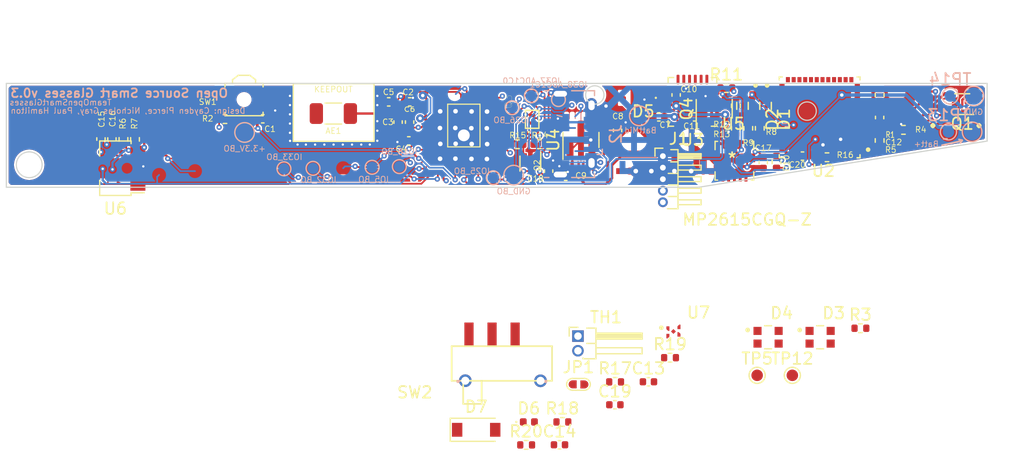
<source format=kicad_pcb>
(kicad_pcb (version 20240108) (generator "pcbnew") (generator_version "8.0")
  (title_block (title "Open Source Smart Glasses") (date "2022-06-26") (rev "v0.3") (comment 1 "Design: Cayden Pierce, Nicholas Gray, Paul Hamilton") (comment 2 "TeamOpenSmartGlasses"))
  (layers (0 "F.Cu" signal "F.Cu_Signals") (1 "In1.Cu" power "In1.Cu_GND") (2 "In2.Cu" mixed "In2.Cu_Power_GND") (31 "B.Cu" signal "B.Cu_Signals") (34 "B.Paste" user) (35 "F.Paste" user) (36 "B.SilkS" user "B.Silkscreen") (37 "F.SilkS" user "F.Silkscreen") (38 "B.Mask" user) (39 "F.Mask" user) (44 "Edge.Cuts" user))
  (net 0 "")
  (net 1 "EN")
  (net 2 "GND")
  (net 3 "ADC1C0")
  (net 4 "ADC1C1")
  (net 5 "ADC1C2")
  (net 6 "BATT2-")
  (net 7 "Net-(D1-Pad1)")
  (net 8 "Net-(D2-Pad1)")
  (net 9 "Net-(Q2-Pad1)")
  (net 10 "RTS")
  (net 11 "IO0")
  (net 12 "DTR")
  (net 13 "BATT+")
  (net 14 "+3V3")
  (net 15 "Net-(C4-Pad1)")
  (net 16 "IO4")
  (net 17 "TX_ESP")
  (net 18 "RX_ESP")
  (net 19 "IO2")
  (net 20 "IO25")
  (net 21 "IO26")
  (net 22 "IO21")
  (net 23 "IO22")
  (net 24 "IO15")
  (net 25 "IO14")
  (net 26 "IO13")
  (net 27 "IO12")
  (net 28 "IO34")
  (net 29 "IO35")
  (net 30 "IO32")
  (net 31 "IO33")
  (net 32 "IO27")
  (net 33 "IO5")
  (net 34 "IO18")
  (net 35 "IO19")
  (net 36 "Net-(IC1-Pad1)")
  (net 37 "Net-(IC1-Pad3)")
  (net 38 "Net-(C10-Pad1)")
  (net 39 "V_PSU")
  (net 40 "USB-")
  (net 41 "USB+")
  (net 42 "IO39")
  (net 44 "PSEN")
  (net 45 "Net-(AE1-Pad2)")
  (net 46 "EXT1_MIC_DATA")
  (net 47 "V_USB")
  (net 48 "BATT1-")
  (net 49 "Net-(C13-Pad1)")
  (net 50 "Net-(C14-Pad1)")
  (net 51 "Net-(C15-Pad1)")
  (net 52 "Net-(C15-Pad2)")
  (net 53 "+5V")
  (net 54 "Net-(D3-Pad1)")
  (net 56 "Net-(D5-Pad1)")
  (net 57 "Net-(D6-Pad1)")
  (net 58 "IO23")
  (net 59 "IO9")
  (net 61 "Net-(JP1-Pad1)")
  (net 62 "Net-(Q1-Pad1)")
  (net 63 "Net-(Q3-Pad3)")
  (net 64 "Net-(Q4-Pad5)")
  (net 65 "Net-(Q4-Pad6)")
  (net 66 "Net-(R1-Pad1)")
  (net 67 "Net-(R7-Pad2)")
  (net 68 "Net-(R8-Pad2)")
  (net 69 "Net-(R9-Pad2)")
  (net 70 "Net-(R10-Pad2)")
  (net 71 "Net-(R11-Pad2)")
  (net 72 "Net-(R13-Pad2)")
  (net 73 "Net-(L1-Pad2)")
  (net 79 "unconnected-(U2-Pad30)")
  (footprint "OSSG_footprints:LED_WS2812C-2020" (layer "F.Cu") (at 145.5279 96.999479)
    (property "Reference" "D3")
    (property "Value" "WS2812C-2020")
  )
  (footprint "Resistor_SMD:R_0402_1005Metric" (layer "F.Cu") (at 123.189944 104.339479)
    (property "Reference" "R18")
    (property "Value" "100K")
  )
  (footprint "Package_TO_SOT_SMD:SOT-523" (layer "F.Cu") (at 157.843507 76.795775 180)
    (property "Reference" "Q1")
    (property "Value" "2SC4617R BR")
  )
  (footprint "Capacitor_SMD:C_0402_1005Metric" (layer "F.Cu") (at 127.739944 102.849479)
    (property "Reference" "C19")
    (property "Value" "1uF")
  )
  (footprint "Capacitor_SMD:C_0402_1005Metric" (layer "F.Cu") (at 122.939944 106.319479)
    (property "Reference" "C14")
    (property "Value" "1uF/16V")
  )
  (footprint "OSSG_footprints:SW_SMD_SPDT_Slide_9x6.9-hole" (layer "F.Cu") (at 113.594944 97.774479)
    (property "Reference" "SW2")
    (property "Value" "Power")
  )
  (footprint "Connector_PinHeader_1.27mm:PinHeader_1x02_P1.27mm_Horizontal" (layer "F.Cu") (at 124.539944 96.899479)
    (property "Reference" "TH1")
    (property "Value" "10K")
  )
  (footprint "OSSG_footprints:LED_WS2812C-2020" (layer "F.Cu") (at 140.3 76.945 -90)
    (property "Reference" "D1")
    (property "Value" "WS2812C-2020")
  )
  (footprint "Resistor_SMD:R_0402_1005Metric" (layer "F.Cu") (at 149.019944 96.219479)
    (property "Reference" "R3")
    (property "Value" "10K")
  )
  (footprint "OSSG_footprints:LED_WS2812C-2020" (layer "F.Cu") (at 141.0179 96.999479)
    (property "Reference" "D4")
    (property "Value" "WS2812C-2020")
  )
  (footprint "Capacitor_SMD:C_0402_1005Metric" (layer "F.Cu") (at 122 82.6 90)
    (property "Reference" "C18")
    (property "Value" "10uF")
  )
  (footprint "TestPoint:TestPoint_Pad_D1.0mm" (layer "F.Cu") (at 140.069944 100.299479)
    (property "Reference" "TP5")
    (property "Value" "EN_TP")
  )
  (footprint "OSSG_footprints:JUMPER-2Psml_Open_RoundedPad2x1mm" (layer "F.Cu") (at 124.579944 101.389479)
    (property "Reference" "JP1")
    (property "Value" "SolderJumper_2_Open")
  )
  (footprint "Button_Switch_SMD:SW_SPST_B3U-3000P-B" (layer "F.Cu") (at 95.6 76.4)
    (property "Reference" "SW1")
    (property "Value" "SW_SPST")
  )
  (footprint "OSSG_footprints:DFN100X60X40-3N" (layer "F.Cu") (at 120.574511 78.109511 90)
    (property "Reference" "Q3")
    (property "Value" "PMZ290UNE2YL")
  )
  (footprint "Resistor_SMD:R_0402_1005Metric" (layer "F.Cu") (at 152.75 79.025 180)
    (property "Reference" "R4")
    (property "Value" "10K")
  )
  (footprint "Capacitor_SMD:C_0402_1005Metric" (layer "F.Cu") (at 97.225 78.065)
    (property "Reference" "C1")
    (property "Value" "100nF")
  )
  (footprint "Package_TO_SOT_SMD:SOT-523" (layer "F.Cu") (at 120.415 81.95 -90)
    (property "Reference" "Q2")
    (property "Value" "2SC4617R BR")
  )
  (footprint "Resistor_SMD:R_0402_1005Metric" (layer "F.Cu") (at 132.519944 98.769479)
    (property "Reference" "R19")
    (property "Value" "884K")
  )
  (footprint "OSSG_footprints:REG_NCP167BMX330TBG" (layer "F.Cu") (at 132.814944 96.499479)
    (property "Reference" "U7")
    (property "Value" "NCP167BMX330TBG")
  )
  (footprint "Diode_SMD:D_0402_1005Metric" (layer "F.Cu") (at 130.2 76.25 180)
    (property "Reference" "D5")
    (property "Value" "LED")
  )
  (footprint "Capacitor_SMD:C_0402_1005Metric" (layer "F.Cu") (at 84.15 79.82 -90)
    (property "Reference" "C16")
    (property "Value" "22uF/16V")
  )
  (footprint "Resistor_SMD:R_0402_1005Metric" (layer "F.Cu") (at 86.15 79.85 90)
    (property "Reference" "R6")
    (property "Value" "100k")
  )
  (footprint "Capacitor_SMD:C_0402_1005Metric" (layer "F.Cu") (at 131.55 77.9)
    (property "Reference" "C7")
    (property "Value" "0.1uF")
  )
  (footprint "OSSG_footprints:ANT3216LL00R2400A" (layer "F.Cu") (at 103.342 77.512)
    (property "Reference" "AE1")
    (property "Value" "ANT3216LL00R2400A")
  )
  (footprint "Package_TO_SOT_SMD:SOT-89-3" (layer "F.Cu") (at 84.75 82.35 180)
    (property "Reference" "U6")
    (property "Value" "H7650-50PR")
  )
  (footprint "Resistor_SMD:R_0402_1005Metric" (layer "F.Cu") (at 127.759944 100.869479)
    (property "Reference" "R17")
    (property "Value" ".025")
  )
  (footprint "Capacitor_SMD:C_0402_1005Metric" (layer "F.Cu") (at 109.88 79.98 180)
    (property "Reference" "C4")
    (property "Value" "10uF")
  )
  (footprint "TestPoint:TestPoint_Pad_D1.0mm" (layer "F.Cu") (at 143.119944 100.299479)
    (property "Reference" "TP12")
    (property "Value" "IO0_TP")
  )
  (footprint "Resistor_SMD:R_0402_1005Metric" (layer "F.Cu") (at 137.4 75.4)
    (property "Reference" "R11")
    (property "Value" "442K")
  )
  (footprint "OSSG_footprints:SPH0645LM4H-B-SMD-GND" (layer "F.Cu") (at 114.65 79.5)
    (property "Reference" "U1" (hide yes))
    (property "Value" "SPH0645LMH" (hide yes))
  )
  (footprint "Resistor_SMD:R_0402_1005Metric" (layer "F.Cu") (at 85.15 79.85 -90)
    (property "Reference" "R7")
    (property "Value" "10K")
  )
  (footprint "OSSG_footprints:MP2615GQ-P" (layer "F.Cu") (at 138.1 81.7)
    (property "Reference" "U5")
    (property "Value" "MP2615CGQ-Z")
  )
  (footprint "Resistor_SMD:R_0402_1005Metric" (layer "F.Cu") (at 146.125 81.4 180)
    (property "Reference" "R16")
    (property "Value" "320K")
  )
  (footprint "Diode_SMD:D_SOD-123" (layer "F.Cu") (at 115.719944 105.019479)
    (property "Reference" "D7")
    (property "Value" "RB160M-30")
  )
  (footprint "Resistor_SMD:R_0402_1005Metric" (layer "F.Cu") (at 139.3 78.89 90)
    (property "Reference" "R9")
    (property "Value" "2K")
  )
  (footprint "Capacitor_SMD:C_0402_1005Metric" (layer "F.Cu") (at 140.6 81.85 -90)
    (property "Reference" "C17")
    (property "Value" "1uF")
  )
  (footprint "Connector_PinHeader_1.00mm:PinHeader_1x05_P1.00mm_Horizontal" (layer "F.Cu") (at 131.9 81.3)
    (property "Reference" "J1")
    (property "Value" "Conn_01x05_Male")
  )
  (footprint "Capacitor_SMD:C_0402_1005Metric" (layer "F.Cu") (at 144 81.3)
    (property "Reference" "C20")
    (property "Value" "1uF")
  )
  (footprint "Resistor_SMD:R_0402_1005Metric" (layer "F.Cu") (at 138.225 78.89 -90)
    (property "Reference" "R13")
    (property "Value" "160K")
  )
  (footprint "Capacitor_SMD:C_0402_1005Metric" (layer "F.Cu") (at 109.9625 76.6)
    (property "Reference" "C2")
    (property "Value" "1uF")
  )
  (footprint "Resistor_SMD:R_0402_1005Metric" (layer "F.Cu") (at 140.3 78.89 90)
    (property "Reference" "R8")
    (property "Value" "2K")
  )
  (footprint "Diode_SMD:D_0402_1005Metric" (layer "F.Cu") (at 120.284944 104.339479)
    (property "Reference" "D6")
    (property "Value" "LED")
  )
  (footprint "OSSG_footprints:ESP32_PICO_D4" (layer "F.Cu") (at 145.486075 77.94 180)
    (property "Reference" "U2")
    (property "Value" "ESP32-PICO-D4")
  )
  (footprint "Capacitor_SMD:C_0402_1005Metric" (layer "F.Cu") (at 150.686075 77.955 -90)
    (property "Reference" "C12")
    (property "Value" "100nF")
  )
  (footprint "Resistor_SMD:R_0402_1005Metric" (layer "F.Cu") (at 150.686075 79.945 90)
    (property "Reference" "R5")
    (property "Value" "10K")
  )
  (footprint "Resistor_SMD:R_0402_1005Metric" (layer "F.Cu") (at 93.95 78.09 180)
    (property "Reference" "R2")
    (property "Value" "0R*")
  )
  (footprint "Capacitor_SMD:C_0402_1005Metric" (layer "F.Cu") (at 134.65 77.9 180)
    (property "Reference" "C11")
    (property "Value" "0.1uF")
  )
  (footprint "Capacitor_SMD:C_0402_1005Metric" (layer "F.Cu") (at 123.48 83.05)
    (property "Reference" "C9")
    (property "Value" "1uF")
  )
  (footprint "Capacitor_SMD:C_0402_1005Metric" (layer "F.Cu") (at 133.05 76 -90)
    (property "Reference" "C10")
    (property "Value" "0.1uF")
  )
  (footprint "Resistor_SMD:R_0402_1005Metric" (layer "F.Cu") (at 120.049944 106.329479)
    (property "Reference" "R20")
    (property "Value" "100K")
  )
  (footprint "OSSG_footprints:LED_WS2812C-2020" (layer "F.Cu") (at 139.3 76.945 -90)
    (property "Reference" "D2")
    (property "Value" "WS2812C-2020")
  )
  (footprint "Package_DFN_QFN:QFN-24-1EP_4x4mm_P0.5mm_EP2.6x2.6mm" (layer "F.Cu") (at 134.4625 76.6 180)
    (property "Reference" "U3")
    (property "Value" "CH9102F")
  )
  (footprint "Capacitor_SMD:C_0402_1005Metric" (layer "F.Cu") (at 109.95 78.35 90)
    (property "Reference" "C6")
    (property "Value" "0.1uF")
  )
  (footprint "Package_TO_SOT_SMD:SOT-23" (layer "F.Cu") (at 124.8 79.9 90)
    (property "Reference" "U4")
    (property "Value" "XC61CC3002MR")
  )
  (footprint "Capacitor_SMD:C_0402_1005Metric" (layer "F.Cu") (at 127.975 79.075 -90)
    (property "Reference" "C8")
    (property "Value" "0.1uF")
  )
  (footprint "Resistor_SMD:R_0402_1005Metric" (layer "F.Cu") (at 121.2 80.27)
    (property "Reference" "R14")
    (property "Value" "160K")
  )
  (footprint "Capacitor_SMD:C_0402_1005Metric" (layer "F.Cu") (at 108.14 76.6 180)
    (property "Reference" "C5")
    (property "Value" "0.1uF")
  )
  (footprint "Resistor_SMD:R_0402_1005Metric" (layer "F.Cu") (at 141.75 81.8 -90)
    (property "Reference" "R10")
    (property "Value" "100K")
  )
  (footprint "Capacitor_SMD:C_0402_1005Metric" (layer "F.Cu") (at 130.649944 100.859479)
    (property "Reference" "C13")
    (property "Value" "1uF/16V")
  )
  (footprint "Capacitor_SMD:C_0402_1005Metric" (layer "F.Cu") (at 83.2 79.82 -90)
    (property "Reference" "C15")
    (property "Value" "100nF/16V")
  )
  (footprint "Package_TO_SOT_SMD:SOT-23-6" (layer "F.Cu") (at 136.35 77.2 90)
    (property "Reference" "Q4")
    (property "Value" "EMF20B02V")
  )
  (footprint "Resistor_SMD:R_0402_1005Metric" (layer "F.Cu") (at 150.686075 76.005 -90)
    (property "Reference" "R1")
    (property "Value" "0R*")
  )
  (footprint "Resistor_SMD:R_0402_1005Metric" (layer "F.Cu") (at 138.225 76.94 -90)
    (property "Reference" "R12")
    (property "Value" "442K")
  )
  (footprint "Resistor_SMD:R_0402_1005Metric" (layer "F.Cu") (at 119.3 80.27 180)
    (property "Reference" "R15")
    (property "Value" "884K")
  )
  (footprint "Capacitor_SMD:C_0402_1005Metric" (layer "F.Cu") (at 108.95 78.35 90)
    (property "Reference" "C3")
    (property "Value" "200pF")
  )
  (footprint "Connector_USB:USB_Micro-B_Amphenol_10118194_Horizontal" (layer "B.Cu") (at 124.315 79.395 90)
    (property "Reference" "J2")
    (property "Value" "USB_B_Micro")
  )
  (footprint "OSSG_footprints:Breakout_pads" (layer "B.Cu") (at 158.85 76.09 180)
    (property "Reference" "TP16")
    (property "Value" "GND")
  )
  (footprint "OSSG_footprints:Breakout_pads_small" (layer "B.Cu") (at 117.2 83.18 180)
    (property "Reference" "TP1")
    (property "Value" "IO25_BO")
  )
  (footprint "OSSG_footprints:Breakout_pads" (layer "B.Cu") (at 118.97 82.95 180)
    (property "Reference" "TP9")
    (property "Value" "GND_BO")
  )
  (footprint "OSSG_footprints:Breakout_pads_small" (layer "B.Cu") (at 101.58 82.36 180)
    (property "Reference" "TP6")
    (property "Value" "IO32_BO")
  )
  (footprint "OSSG_footprints:Breakout_pads_small" (layer "B.Cu") (at 109.06 82.21 180)
    (property "Reference" "TP11")
    (property "Value" "IO18_BO")
  )
  (footprint "OSSG_footprints:Breakout_pads_small" (layer "B.Cu") (at 106.7 82.27 180)
    (property "Reference" "TP10")
    (property "Value" "IO5_BO")
  )
  (footprint "OSSG_footprints:Breakout_pads_small" (layer "B.Cu") (at 118.84 77.11 180)
    (property "Reference" "TP2")
    (property "Value" "IO26_BO")
  )
  (footprint "OSSG_footprints:Breakout_pads_small" (layer "B.Cu") (at 99.06 82.4 180)
    (property "Reference" "TP7")
    (property "Value" "IO33_BO")
  )
  (footprint "OSSG_footprints:Breakout_pads_small" (layer "B.Cu") (at 120.5 76.08 180)
    (property "Reference" "TP4")
    (property "Value" "IO37_ADC1C0")
  )
  (footprint "TestPoint:TestPoint_Pad_D1.0mm" (layer "B.Cu") (at 156.8 76.09 180)
    (property "Reference" "TP14")
    (property "Value" "RXIN")
  )
  (footprint "OSSG_footprints:Breakout_pads" (layer "B.Cu") (at 158.7 79.2 180)
    (property "Reference" "TP15")
    (property "Value" "Batt+")
  )
  (footprint "OSSG_footprints:Breakout_pads_small" (layer "B.Cu") (at 122.85 76.4 180)
    (property "Reference" "TP3")
    (property "Value" "IO38_ADC1C1")
  )
  (footprint "OSSG_footprints:Breakout_pads" (layer "B.Cu") (at 129.86 77.81 180)
    (property "Reference" "TP17")
    (property "Value" "BattMid")
  )
  (footprint "OSSG_footprints:Breakout_pads" (layer "B.Cu") (at 95.65 79.25 180)
    (property "Reference" "TP8")
    (property "Value" "+3.3V_BO")
  )
  (footprint "TestPoint:TestPoint_Pad_D1.0mm" (layer "B.Cu") (at 156.65 79.2 180)
    (property "Reference" "TP13")
    (property "Value" "TXIN")
  )
  (gr_line (start 156.09 80.36) (end 157.7 80) (stroke (width 0.15)) (layer "B.SilkS"))
  (gr_line (start 157.85 79.93) (end 157.69 80.16) (stroke (width 0.15)) (layer "B.SilkS"))
  (gr_line (start 122.716908 77.760959) (end 123.163088 77.877088) (stroke (width 0.1)) (layer "B.SilkS"))
  (gr_line (start 157.84 79.92) (end 157.56 79.86) (stroke (width 0.15)) (layer "B.SilkS"))
  (gr_line (start 156.23 79.81) (end 156.53 79.81) (stroke (width 0.15)) (layer "B.SilkS"))
  (gr_circle (center 76.981967 82.05) (end 77.481967 81.05) (stroke (width 0.1)) (fill none) (layer "Edge.Cuts"))
  (gr_line (start 75 84) (end 75 75) (stroke (width 0.1)) (layer "Edge.Cuts"))
  (gr_line (start 75 75) (end 160 75) (stroke (width 0.1)) (layer "Edge.Cuts"))
  (gr_circle (center 144.4 77.4) (end 144.9 76.781967) (stroke (width 0.1)) (fill none) (layer "Edge.Cuts"))
  (gr_line (start 135 84) (end 75 84) (stroke (width 0.1)) (layer "Edge.Cuts"))
  (gr_line (start 135 84) (end 160 80) (stroke (width 0.1)) (layer "Edge.Cuts"))
  (gr_circle (center 126 76) (end 126.5 75.381967) (stroke (width 0.1)) (fill none) (layer "Edge.Cuts"))
  (gr_line (start 160 80) (end 160 75) (stroke (width 0.1)) (layer "Edge.Cuts"))
  (gr_text "TeamOpenSmartGlasses\n" (at 79.7 76.65 0) (layer "B.SilkS") (effects (font (size 0.5 0.5) (thickness 0.07)) (justify mirror)))
  (gr_text "Design: Cayden Pierce, Nicholas Gray, Paul Hamilton" (at 85.544 77.366 0) (layer "B.SilkS") (effects (font (size 0.5 0.5) (thickness 0.07)) (justify mirror)))
  (gr_text "Open Source Smart Glasses v0.3" (at 84.782 75.842 0) (layer "B.SilkS") (effects (font (size 0.75 0.75)) (justify mirror)))
  (gr_text ".\n" (at 159.3 78.05 0) (layer "F.SilkS") (effects (font (size 1.5 1.5) (thickness 0.3))))
  (gr_text ".\n" (at 155.3 78.05 0) (layer "F.SilkS") (effects (font (size 1.5 1.5) (thickness 0.3))))
  (segment (start 109.4825 76.424155) (end 109.188941 76.130596) (width 0.15) (layer "F.Cu") (net 1))
  (segment (start 114.4 75.954972) (end 114.180508 75.73548) (width 0.15) (layer "F.Cu") (net 1))
  (segment (start 111.385 77.75) (end 111.385 78.25) (width 0.15) (layer "F.Cu") (net 1))
  (segment (start 111.11 78.025) (end 111.385 77.75) (width 0.15) (layer "F.Cu") (net 1))
  (segment (start 109.4825 76.6) (end 109.4825 76.424155) (width 0.15) (layer "F.Cu") (net 1))
  (segment (start 112.9 76.235) (end 112.9 75.954972) (width 0.15) (layer "F.Cu") (net 1))
  (segment (start 111.60202 75.73548) (end 111.22548 75.73548) (width 0.15) (layer "F.Cu") (net 1))
  (segment (start 111.385 75.9525) (end 111.385 76.75) (width 0.15) (layer "F.Cu") (net 1))
  (segment (start 112.680508 75.73548) (end 111.60202 75.73548) (width 0.15) (layer "F.Cu") (net 1))
  (segment (start 108.8475 76.472037) (end 109.188941 76.130596) (width 0.15) (layer "F.Cu") (net 1))
  (segment (start 111.16 78.025) (end 111.385 78.25) (width 0.15) (layer "F.Cu") (net 1))
  (segment (start 114.180508 75.73548) (end 113.119492 75.73548) (width 0.15) (layer "F.Cu") (net 1))
  (segment (start 111.22548 75.73548) (end 109.70202 75.73548) (width 0.15) (layer "F.Cu") (net 1))
  (segment (start 110.8625 78.025) (end 111.16 78.025) (width 0.15) (layer "F.Cu") (net 1))
  (segment (start 113.119492 75.73548) (end 112.9 75.954972) (width 0.15) (layer "F.Cu") (net 1))
  (segment (start 110.8625 78.025) (end 111.11 78.025) (width 0.15) (layer "F.Cu") (net 1))
  (segment (start 111.60202 75.73548) (end 111.385 75.9525) (width 0.15) (layer "F.Cu") (net 1))
  (segment (start 108.8475 76.6) (end 108.8475 76.472037) (width 0.15) (layer "F.Cu") (net 1))
  (segment (start 109.4825 75.955) (end 109.4825 76.6) (width 0.15) (layer "F.Cu") (net 1))
  (segment (start 109.70202 75.73548) (end 109.4825 75.955) (width 0.15) (layer "F.Cu") (net 1))
  (segment (start 114.4 76.235) (end 114.4 75.954972) (width 0.15) (layer "F.Cu") (net 1))
  (segment (start 111.1875 75.9525) (end 111.385 75.9525) (width 0.15) (layer "F.Cu") (net 1))
  (segment (start 112.9 75.954972) (end 112.680508 75.73548) (width 0.15) (layer "F.Cu") (net 1))
  (segment (start 111.22548 75.91452) (end 111.09 76.05) (width 0.15) (layer "F.Cu") (net 1))
  (segment (start 111.09 76.05) (end 111.1875 75.9525) (width 0.15) (layer "F.Cu") (net 1))
  (segment (start 111.22548 75.73548) (end 111.22548 75.91452) (width 0.15) (layer "F.Cu") (net 1))
  (segment (start 108.6175 76.6) (end 109.4825 76.6) (width 0.2) (layer "F.Cu") (net 1))
  (via (at 110.8625 78.025) (size 0.7) (drill 0.3) (layers "F.Cu" "B.Cu") (net 1))
  (via (at 109.188941 76.130596) (size 0.45) (drill 0.2) (layers "F.Cu" "B.Cu") (net 1))
  (segment (start 111.7625 76.25) (end 111.7625 77.55) (width 0.15) (layer "B.Cu") (net 1))
  (segment (start 111.7625 77.55) (end 111.2875 78.025) (width 0.15) (layer "B.Cu") (net 1))
  (segment (start 111.4375 75.925) (end 111.7625 76.25) (width 0.15) (layer "B.Cu") (net 1))
  (segment (start 111.2875 78.025) (end 110.8625 78.025) (width 0.15) (layer "B.Cu") (net 1))
  (segment (start 129.4 79.55) (end 129.4 79.9) (width 0.2) (layer "F.Cu") (net 2))
  (segment (start 115.9 76.235) (end 115.9 75.954972) (width 0.15) (layer "F.Cu") (net 3))
  (segment (start 121.65 76.32) (end 121.65 79.194296) (width 0.15) (layer "F.Cu") (net 3))
  (segment (start 121.3 75.65) (end 121.65 76) (width 0.15) (layer "F.Cu") (net 3))
  (segment (start 121.65 76) (end 121.65 76.2) (width 0.15) (layer "F.Cu") (net 3))
  (segment (start 121.65 79.194296) (end 122.105704 79.65) (width 0.15) (layer "F.Cu") (net 3))
  (segment (start 121.65 76.39) (end 121.65 76.32) (width 0.15) (layer "F.Cu") (net 3))
  (segment (start 122.105704 79.65) (end 122.8625 79.65) (width 0.15) (layer "F.Cu") (net 3))
  (segment (start 121.65 76.2) (end 121.65 76.32) (width 0.15) (layer "F.Cu") (net 3))
  (segment (start 115.9 75.954972) (end 116.204972 75.65) (width 0.15) (layer "F.Cu") (net 3))
  (segment (start 121.5 76) (end 121.65 76.15) (width 0.15) (layer "F.Cu") (net 3))
  (segment (start 121.65 76.15) (end 121.65 76.2) (width 0.15) (layer "F.Cu") (net 3))
  (segment (start 116.204972 75.65) (end 121.3 75.65) (width 0.15) (layer "F.Cu") (net 3))
  (via (at 121.5 76) (size 0.45) (drill 0.2) (layers "F.Cu" "B.Cu") (net 3))
  (segment (start 120.5 76.08) (end 121.42 76.08) (width 0.15) (layer "B.Cu") (net 3))
  (segment (start 121.42 76.08) (end 121.5 76) (width 0.15) (layer "B.Cu") (net 3))
  (segment (start 149.086075 78.575) (end 149.826075 78.575) (width 0.2) (layer "F.Cu") (net 5))
  (segment (start 120.074511 78.985489) (end 118.79 80.27) (width 0.15) (layer "F.Cu") (net 5))
  (segment (start 127.975 78.595) (end 128.455 78.595) (width 0.15) (layer "F.Cu") (net 5))
  (segment (start 128.455 78.595) (end 128.675 78.375) (width 0.15) (layer "F.Cu") (net 5))
  (segment (start 149.826075 78.575) (end 150.686075 79.435) (width 0.2) (layer "F.Cu") (net 5))
  (segment (start 149.086075 78.575) (end 149.463924 78.575) (width 0.5) (layer "F.Cu") (net 5))
  (segment (start 120.074511 78.754511) (end 120.074511 78.985489) (width 0.15) (layer "F.Cu") (net 5))
  (via (at 128.675 78.375) (size 0.45) (drill 0.2) (layers "F.Cu" "B.Cu") (net 5))
  (via (at 110.7 78.81) (size 0.45) (drill 0.2) (layers "F.Cu" "B.Cu") (net 5))
  (segment (start 108.393157 80.373157) (end 108.41 80.39) (width 0.15) (layer "F.Cu") (net 6))
  (segment (start 154.8 78.5) (end 153.631973 79.668027) (width 0.2) (layer "F.Cu") (net 6))
  (segment (start 83.2 81.323653) (end 83.3886 81.512253) (width 0.25) (layer "F.Cu") (net 6))
  (segment (start 116.8875 83.15) (end 117.0675 83.33) (width 0.15) (layer "F.Cu") (net 6))
  (segment (start 131.350531 81.326028) (end 128.256816 81.326028) (width 0.2) (layer "F.Cu") (net 6))
  (segment (start 122.8625 78.1125) (end 122.8 78.05) (width 0.15) (layer "F.Cu") (net 6))
  (segment (start 83.2 80.3) (end 83.2 80.95) (width 0.25) (layer "F.Cu") (net 6))
  (segment (start 141.380388 78.575) (end 141.886075 78.575) (width 0.5) (layer "F.Cu") (net 6))
  (segment (start 137.2125 82.5) (end 137.9 82.5) (width 0.15) (layer "F.Cu") (net 6))
  (segment (start 108.41 80.61) (end 107.74 81.28) (width 0.15) (layer "F.Cu") (net 6))
  (segment (start 111.36 78.725) (end 111.385 78.75) (width 0.15) (layer "F.Cu") (net 6))
  (segment (start 134.9425 76.275) (end 134.7875 76.275) (width 0.25) (layer "F.Cu") (net 6))
  (segment (start 123.96 82.967036) (end 123.664663 82.671699) (width 0.15) (layer "F.Cu") (net 6))
  (segment (start 126.7375 81.15) (end 126.7375 80.65) (width 0.3) (layer "F.Cu") (net 6))
  (segment (start 141.67 81.37) (end 141.75 81.29) (width 0.15) (layer "F.Cu") (net 6))
  (segment (start 126.05 81.8375) (end 126.4875 81.8375) (width 0.15) (layer "F.Cu") (net 6))
  (segment (start 137.8 80.1) (end 138.935 80.1) (width 0.3) (layer "F.Cu") (net 6))
  (segment (start 96.13 77.45) (end 96.745 78.065) (width 0.25) (layer "F.Cu") (net 6))
  (segment (start 133.05 76.48) (end 133.05 76.95) (width 0.3) (layer "F.Cu") (net 6))
  (segment (start 122.2 75.8) (end 122 75.8) (width 0.15) (layer "F.Cu") (net 6))
  (segment (start 120.714022 76.8) (end 121.114022 77.2) (width 0.15) (layer "F.Cu") (net 6))
  (segment (start 134.7875 76.275) (end 134.4625 76.6) (width 0.25) (layer "F.Cu") (net 6))
  (segment (start 157.85 77.49) (end 157.85 77.6) (width 0.2) (layer "F.Cu") (net 6))
  (segment (start 146.635 80.515) (end 147.305 79.845) (width 0.15) (layer "F.Cu") (net 6))
  (segment (start 138.225 77.865) (end 138.225 77.45) (width 0.2) (layer "F.Cu") (net 6))
  (segment (start 110.16402 78.78049) (end 110.16402 78.63) (width 0.15) (layer "F.Cu") (net 6))
  (segment (start 157.45 78.5) (end 154.8 78.5) (width 0.2) (layer "F.Cu") (net 6))
  (segment (start 127.32548 80.62452) (end 126.76298 80.62452) (width 0.3) (layer "F.Cu") (net 6))
  (segment (start 119.235 82.765) (end 117.4 82.765) (width 0.15) (layer "F.Cu") (net 6))
  (segment (start 151.3753 77.745775) (end 150.686075 78.435) (width 0.2) (layer "F.Cu") (net 6))
  (segment (start 137.72 75.4) (end 137.75 75.4) (width 0.25) (layer "F.Cu") (net 6))
  (segment (start 108.93 79.99) (end 108.892668 80.027332) (width 0.15) (layer "F.Cu") (net 6))
  (segment (start 137.75 75.4) (end 138.05 75.7) (width 0.25) (layer "F.Cu") (net 6))
  (segment (start 130.9 82.6) (end 132.9 82.6) (width 0.6) (layer "F.Cu") (net 6))
  (segment (start 116.8875 82.7775) (end 116.8875 83.15) (width 0.15) (layer "F.Cu") (net 6))
  (segment (start 137.25 80.1) (end 137.8 80.1) (width 0.25) (layer "F.Cu") (net 6))
  (segment (start 138.935 80.1) (end 139.225 80.39) (width 0.3) (layer "F.Cu") (net 6))
  (segment (start 141.886075 76.12125) (end 141.163575 75.39875) (width 0.3) (layer "F.Cu") (net 6))
  (segment (start 125.55 82.25) (end 126 82.7) (width 0.15) (layer "F.Cu") (net 6))
  (segment (start 109.91098 78.04549) (end 109.925 78.05951) (width 0.2) (layer "F.Cu") (net 6))
  (segment (start 135.6 77) (end 135.6 76.1) (width 0.15) (layer "F.Cu") (net 6))
  (segment (start 136.7125 78.6625) (end 136.65 78.6) (width 0.3) (layer "F.Cu") (net 6))
  (segment (start 109.50452 79.38452) (end 111.25048 79.38452) (width 0.15) (layer "F.Cu") (net 6))
  (segment (start 110.4425 76.6) (end 110.4425 76.455) (width 0.15) (layer "F.Cu") (net 6))
  (segment (start 148.920358 77.305) (end 147.986555 78.238803) (width 0.2) (layer "F.Cu") (net 6))
  (segment (start 97.705 77.945) (end 98.3 77.35) (width 0.25) (layer "F.Cu") (net 6))
  (segment (start 85.15 80.33) (end 85.15 80.6) (width 0.15) (layer "F.Cu") (net 6))
  (segment (start 126.4875 81.8375) (end 126.5 81.85) (width 0.15) (layer "F.Cu") (net 6))
  (segment (start 83.7 80.45) (end 83.2 80.95) (width 0.25) (layer "F.Cu") (net 6))
  (segment (start 111.36 79.225) (end 111.385 79.25) (width 0.15) (layer "F.Cu") (net 6))
  (segment (start 140.6 81.37) (end 141.67 81.37) (width 0.15) (layer "F.Cu") (net 6))
  (segment (start 118.4 76.75) (end 119.25 75.9) (width 0.15) (layer "F.Cu") (net 6))
  (segment (start 128.55 76.75) (end 130.6 78.8) (width 0.3) (layer "F.Cu") (net 6))
  (segment (start 115.001861 83.711861) (end 120.360901 83.711861) (width 0.15) (layer "F.Cu") (net 6))
  (segment (start 83.310853 81.59) (end 83.3886 81.512253) (width 0.2) (layer "F.Cu") (net 6))
  (segment (start 119.81 81.2) (end 119.915 81.305) (width 0.15) (layer "F.Cu") (net 6))
  (segment (start 121.68 83.08) (end 121.225 82.625) (width 0.15) (layer "F.Cu") (net 6))
  (segment (start 134.4 80.35) (end 135.075 81.025) (width 0.6) (layer "F.Cu") (net 6))
  (segment (start 136.65 78.6) (end 136.95 78.9) (width 0.25) (layer "F.Cu") (net 6))
  (segment (start 122.8625 78.65) (end 122.8625 78.1125) (width 0.15) (layer "F.Cu") (net 6))
  (segment (start 114.9 83.094739) (end 114.641757 83.352982) (width 0.15) (layer "F.Cu") (net 6))
  (segment (start 109.95 77.87) (end 108.95 77.87) (width 0.15) (layer "F.Cu") (net 6))
  (segment (start 144.975006 82.02) (end 144.564994 82.02) (width 0.15) (layer "F.Cu") (net 6))
  (segment (start 157.85 77.6) (end 157.85 78.1) (width 0.2) (layer "F.Cu") (net 6))
  (segment (start 122.925 82.975) (end 123 83.05) (width 0.15) (layer "F.Cu") (net 6))
  (segment (start 114.638138 83.339363) (end 114.638138 83.348138) (width 0.15) (layer "F.Cu") (net 6))
  (segment (start 122.2 75.8) (end 121.80048 75.40048) (width 0.15) (layer "F.Cu") (net 6))
  (segment (start 138.685489 76.019755) (end 138.685489 75.649273) (width 0.3) (layer "F.Cu") (net 6))
  (segment (start 123.96 83.05) (end 123.96 81.9275) (width 0.15) (layer "F.Cu") (net 6))
  (segment (start 127.49481 83.169842) (end 126.974495 83.690157) (width 0.2) (layer "F.Cu") (net 6))
  (segment (start 135.075 81.025) (end 135.4 81.35) (width 0.6) (layer "F.Cu") (net 6))
  (segment (start 150.686075 80.455) (end 149.696075 80.455) (width 0.2) (layer "F.Cu") (net 6))
  (segment (start 138.225 76.43) (end 137.595 76.43) (width 0.3) (layer "F.Cu") (net 6))
  (segment (start 139.5 82.95) (end 140.12 82.33) (width 0.15) (layer "F.Cu") (net 6))
  (segment (start 120.815489 78.009511) (end 121.190489 78.009511) (width 0.15) (layer "F.Cu") (net 6))
  (segment (start 146.255 79.845) (end 147.305 79.845) (width 0.25) (layer "F.Cu") (net 6))
  (segment (start 119.84 82.595) (end 120.415 82.595) (width 0.15) (layer "F.Cu") (net 6))
  (segment (start 124.05 80.65) (end 124.8 79.9) (width 0.15) (layer "F.Cu") (net 6))
  (segment (start 141.886075 79.845) (end 140.745 79.845) (width 0.25) (layer "F.Cu") (net 6))
  (segment (start 149.086075 76.035) (end 148.920358 76.035) (width 0.2) (layer "F.Cu") (net 6))
  (segment (start 133.9675 77.9) (end 134.9425 76.925) (width 0.3) (layer "F.Cu") (net 6))
  (segment (start 141.886075 78.575) (end 141.541075 78.575) (width 0.2) (layer "F.Cu") (net 6))
  (segment (start 84.18 79.31) (end 84.15 79.34) (width 0.25) (layer "F.Cu") (net 6))
  (segment (start 153.615759 79.668027) (end 153.518491 79.765295) (width 0.2) (layer "F.Cu") (net 6))
  (segment (start 137.4 76.625) (end 136.575 76.625) (width 0.3) (layer "F.Cu") (net 6))
  (segment (start 139.1875 81.47) (end 139.0175 81.64) (width 0.25) (layer "F.Cu") (net 6))
  (segment (start 120.584511 79.315489) (end 119.81 80.09) (width 0.15) (layer "F.Cu") (net 6))
  (segment (start 152.156007 77.745775) (end 151.3753 77.745775) (width 0.2) (layer "F.Cu") (net 6))
  (segment (start 136.125 77.55) (end 136.125 78.075) (width 0.25) (layer "F.Cu") (net 6))
  (segment (start 108.95 78.83) (end 108.95 79.15) (width 0.15) (layer "F.Cu") (net 6))
  (segment (start 127.7 80.25) (end 127.32548 80.62452) (width 0.3) (layer "F.Cu") (net 6))
  (segment (start 138.225 78.38) (end 137.47 78.38) (width 0.2) (layer "F.Cu") (net 6))
  (segment (start 86.123 82.35) (end 86.71 82.35) (width 0.2) (layer "F.Cu") (net 6))
  (segment (start 131.775 80.901559) (end 131.350531 81.326028) (width 0.2) (layer "F.Cu") (net 6))
  (segment (start 129 82.6) (end 129.55 82.6) (width 0.6) (layer "F.Cu") (net 6))
  (segment (start 129.866047 79.05) (end 128.75 79.05) (width 0.3) (layer "F.Cu") (net 6))
  (segment (start 111.25048 79.38452) (end 111.385 79.25) (width 0.15) (layer "F.Cu") (net 6))
  (segment (start 133.9575 76.95) (end 133.9825 76.925) (width 0.25) (layer "F.Cu") (net 6))
  (segment (start 148.920358 79.845) (end 149.086075 79.845) (width 0.2) (layer "F.Cu") (net 6))
  (segment (start 85.6 80.8) (end 85.59 80.8) (width 0.15) (layer "F.Cu") (net 6))
  (segment (start 132.03 76.43) (end 131.85 76.25) (width 0.2) (layer "F.Cu") (net 6))
  (segment (start 139.3 80.365) (end 141.366075 80.365) (width 0.25) (layer "F.Cu") (net 6))
  (segment (start 157.85 76.425) (end 157.85 77.49) (width 0.2) (layer "F.Cu") (net 6))
  (segment (start 119.85 75.9) (end 120.65 76.7) (width 0.15) (layer "F.Cu") (net 6))
  (segment (start 133.05 76.95) (end 133.9575 76.95) (width 0.25) (layer "F.Cu") (net 6))
  (segment (start 111.245 82.39) (end 111.385 82.25) (width 0.15) (layer "F.Cu") (net 6))
  (segment (start 144.48 81.3) (end 144.48 81.30693) (width 0.25) (layer "F.Cu") (net 6))
  (segment (start 119.25 75.9) (end 119.85 75.9) (width 0.15) (layer "F.Cu") (net 6))
  (segment (start 83.2 80.3) (end 83.7 80.3) (width 0.25) (layer "F.Cu") (net 6))
  (segment (start 95.2 77.45) (end 96.13 77.45) (width 0.25) (layer "F.Cu") (net 6))
  (segment (start 120.360901 83.711861) (end 121.221381 82.851381) (width 0.15) (layer "F.Cu") (net 6))
  (segment (start 137.595 76.43) (end 137.4 76.625) (width 0.3) (layer "F.Cu") (net 6))
  (segment (start 151.5 79.425) (end 151.5 78.85) (width 0.2) (layer "F.Cu") (net 6))
  (segment (start 135.13 77.9) (end 135.13 77.47) (width 0.15) (layer "F.Cu") (net 6))
  (segment (start 128.75 79.05) (end 127.7 80.1) (width 0.3) (layer "F.Cu") (net 6))
  (segment (start 114.638138 83.348138) (end 115.001861 83.711861) (width 0.15) (layer "F.Cu") (net 6))
  (segment (start 123.96 83.05) (end 123.96 82.967036) (width 0.15) (layer "F.Cu") (net 6))
  (segment (start 142.191444 81.658556) (end 142.118556 81.658556) (width 0.15) (layer "F.Cu") (net 6))
  (segment (start 131.775 80.5) (end 131.775 80.901559) (width 0.2) (layer "F.Cu") (net 6))
  (segment (start 134.35 82.6) (end 134.8 82.6) (width 0.6) (layer "F.Cu") (net 6))
  (segment (start 94.56 78.09) (end 95.2 77.45) (width 0.25) (layer "F.Cu") (net 6))
  (segment (start 84.15 80.3) (end 83.3886 81.0614) (width 0.25) (layer "F.Cu") (net 6))
  (segment (start 96.77 76.43) (end 97.3 75.9) (width 0.4) (layer "F.Cu") (net 6))
  (segment (start 116.9 82.765) (end 116.8875 82.7775) (width 0.15) (layer "F.Cu") (net 6))
  (segment (start 137.47 78.38) (end 137.35 78.5) (width 0.2) (layer "F.Cu") (net 6))
  (segment (start 83.7 80.3) (end 83.7 80.45) (width 0.25) (layer "F.Cu") (net 6))
  (segment (start 116.096393 75.4) (end 115.4 76.096393) (width 0.15) (layer "F.Cu") (net 6))
  (segment (start 138.75 82.95) (end 139.5 82.95) (width 0.15) (layer "F.Cu") (net 6))
  (segment (start 84.2106 83.187747) (end 84.2106 82.4606) (width 0.25) (layer "F.Cu") (net 6))
  (segment (start 151.840295 79.765295) (end 151.5 79.425) (width 0.2) (layer "F.Cu") (net 6))
  (segment (start 138.685489 75.649273) (end 138.934998 75.399764) (width 0.3) (layer "F.Cu") (net 6))
  (segment (start 136.725 77.7) (end 136.575 77.55) (width 0.3) (layer "F.Cu") (net 6))
  (segment (start 83.35 82.4) (end 83.35 83.149147) (width 0.2) (layer "F.Cu") (net 6))
  (segment (start 84.2106 82.4606) (end 84.2 82.45) (width 0.25) (layer "F.Cu") (net 6))
  (segment (start 115.4 76.096393) (end 115.4 76.235) (width 0.15) (layer "F.Cu") (net 6))
  (segment (start 121.05 75.4) (end 116.096393 75.4) (width 0.15) (layer "F.Cu") (net 6))
  (segment (start 127.49481 82.088034) (end 127.49481 83.238034) (width 0.2) (layer "F.Cu") (net 6))
  (segment (start 121.80048 75.40048) (end 121.050481 75.400481) (width 0.15) (layer "F.Cu") (net 6))
  (segment (start 83.35 83.149147) (end 83.3886 83.187747) (width 0.2) (layer "F.Cu") (net 6))
  (segment (start 111.05 78.725) (end 111.36 78.725) (width 0.15) (layer "F.Cu") (net 6))
  (segment (start 124.6 81.8875) (end 124.55 81.8375) (width 0.2) (layer "F.Cu") (net 6))
  (segment (start 133.05 75.52) (end 133.83 75.52) (width 0.15) (layer "F.Cu") (net 6))
  (segment (start 140.745 79.845) (end 140.3 79.4) (width 0.25) (layer "F.Cu") (net 6))
  (segment (start 157.85 78.1) (end 157.45 78.5) (width 0.2) (layer "F.Cu") (net 6))
  (segment (start 145.59 80.51) (end 145.775 80.325) (width 0.25) (layer "F.Cu") (net 6))
  (segment (start 114.9 82.765) (end 114.9 83.094739) (width 0.15) (layer "F.Cu") (net 6))
  (segment (start 142.58 80.538925) (end 141.886075 79.845) (width 0.25) (layer "F.Cu") (net 6))
  (segment (start 137.075 75.33) (end 137.08 75.325) (width 0.15) (layer "F.Cu") (net 6))
  (segment (start 139.3 79.4) (end 140.3 79.4) (width 0.3) (layer "F.Cu") (net 6))
  (segment (start 145.59 80.51) (end 145.27 80.51) (width 0.25) (layer "F.Cu") (net 6))
  (segment (start 84.111426 81.25) (end 88.888573 81.25) (width 0.15) (layer "F.Cu") (net 6))
  (segment (start 158.981007 75.845775) (end 159.543507 75.845775) (width 0.2) (layer "F.Cu") (net 6))
  (segment (start 137.72 75.325) (end 137.72 75.37) (width 0.15) (layer "F.Cu") (net 6))
  (segment (start 147.305 79.845) (end 149.086075 79.845) (width 0.25) (layer "F.Cu") (net 6))
  (segment (start 121.98 83.1) (end 122 83.08) (width 0.15) (layer "F.Cu") (net 6))
  (segment (start 143.49 81.27) (end 143.52 81.3) (width 0.25) (layer "F.Cu") (net 6))
  (segment (start 137.08 75.325) (end 134.9325 75.325) (width 0.15) (layer "F.Cu") (net 6))
  (segment (start 136.65 78.6) (end 130.975978 78.6) (width 0.3) (layer "F.Cu") (net 6))
  (segment (start 117.0675 83.33) (end 118.22 83.33) (width 0.15) (layer "F.Cu") (net 6))
  (segment (start 108.393157 79.706843) (end 108.393157 80.373157) (width 0.15) (layer "F.Cu") (net 6))
  (segment (start 135.4 81.35) (end 135.4 82.6) (width 0.6) (layer "F.Cu") (net 6))
  (segment (start 120.65 76.7) (end 120.65 76.8) (width 0.15) (layer "F.Cu") (net 6))
  (segment (start 120.815489 78.009511) (end 120.584511 78.240489) (width 0.15) (layer "F.Cu") (net 6))
  (segment (start 85.59 80.8) (end 85.15 80.36) (width 0.15) (layer "F.Cu") (net 6))
  (segment (start 85.15 79.31) (end 84.18 79.31) (width 0.25) (layer "F.Cu") (net 6))
  (segment (start 141.911075 78.6) (end 141.886075 78.575) (width 0.25) (layer "F.Cu") (net 6))
  (segment (start 84.15 79.34) (end 83.2 79.34) (width 0.25) (layer "F.Cu") (net 6))
  (segment (start 137.45 77.7) (end 136.725 77.7) (width 0.3) (layer "F.Cu") (net 6))
  (segment (start 138.934998 75.399764) (end 141.163575 75.399764) (width 0.3) (layer "F.Cu") (net 6))
  (segment (start 120.07 83.28) (end 119.75 83.28) (width 0.15) (layer "F.Cu") (net 6))
  (segment (start 141.75 82.31) (end 142.59 82.31) (width 0.15) (layer "F.Cu") (net 6))
  (segment (start 86.13 80.33) (end 86.15 80.31) (width 0.2) (layer "F.Cu") (net 6))
  (segment (start 137.2125 80.6) (end 138.55 80.6) (width 0.15) (layer "F.Cu") (net 6))
  (segment (start 121.190489 78.009511) (end 120.990489 78.009511) (width 0.15) (layer "F.Cu") (net 6))
  (segment (start 135.13 77.47) (end 135.6 77) (width 0.15) (layer "F.Cu") (net 6))
  (segment (start 108.892668 80.027332) (end 108.892668 80.078575) (width 0.15) (layer "F.Cu") (net 6))
  (segment (start 142.118556 81.658556) (end 141.75 81.29) (width 0.15) (layer "F.Cu") (net 6))
  (segment (start 108.41 80.39) (end 108.41 80.61) (width 0.15) (layer "F.Cu") (net 6))
  (segment (start 83.17 79.37) (end 83.2 79.34) (width 0.25) (layer "F.Cu") (net 6))
  (segment (start 123.2 83.25) (end 123 83.05) (width 0.15) (layer "F.Cu") (net 6))
  (segment (start 131.9 79.9) (end 131.9 80.375) (width 0.2) (layer "F.Cu") (net 6))
  (segment (start 150.350595 75.375) (end 148.036075 75.375) (width 0.3) (layer "F.Cu") (net 6))
  (segment (start 133.83 75.52) (end 133.9 75.45) (width 0.15) (layer "F.Cu") (net 6))
  (segment (start 141.886075 79.845) (end 142.065 79.845) (width 0.25) (layer "F.Cu") (net 6))
  (segment (start 109.4 79.98) (end 108.94 79.98) (width 0.15) (layer "F.Cu") (net 6))
  (segment (start 140.12 82.33) (end 140.6 82.33) (width 0.15) (layer "F.Cu") (net 6))
  (segment (start 136.95 78.9) (end 136.95 79.8) (width 0.25) (layer "F.Cu") (net 6))
  (segment (start 97.511773 81.512253) (end 99.7 83.70048) (width 0.15) (layer "F.Cu") (net 6))
  (segment (start 142.58 81.27) (end 143.49 81.27) (width 0.25) (layer "F.Cu") (net 6))
  (segment (start 109.925 79.01951) (end 110.16402 78.78049) (width 0.15) (layer "F.Cu") (net 6))
  (segment (start 121.221381 82.851381) (end 121.221381 82.611381) (width 0.15) (layer "F.Cu") (net 6))
  (segment (start 141.366075 80.365) (end 141.886075 79.845) (width 0.25) (layer "F.Cu") (net 6))
  (segment (start 139.2 82.25) (end 139.2 81.6625) (width 0.15) (layer "F.Cu") (net 6))
  (segment (start 141.851075 79.81) (end 141.886075 79.845) (width 0.25) (layer "F.Cu") (net 6))
  (segment (start 130.6 79.783953) (end 129.866047 79.05) (width 0.3) (layer "F.Cu") (net 6))
  (segment (start 138.55 80.6) (end 138.71 80.76) (width 0.15) (layer "F.Cu") (net 6))
  (segment (start 145.775 80.325) (end 146.255 79.845) (width 0.25) (layer "F.Cu") (net 6))
  (segment (start 108.95 78.83) (end 109.50452 79.38452) (width 0.15) (layer "F.Cu") (net 6))
  (segment (start 147.405538 76.005538) (end 147.4 76) (width 0.2) (layer "F.Cu") (net 6))
  (segment (start 120.65 76.8) (end 120.714022 76.8) (width 0.15) (layer "F.Cu") (net 6))
  (segment (start 147.4 76) (end 147.376075 76.035) (width 0.3) (layer "F.Cu") (net 6))
  (segment (start 110.4425 76.455) (end 110.2375 76.25) (width 0.15) (layer "F.Cu") (net 6))
  (segment (start 117.915 76.75) (end 118.4 76.75) (width 0.15) (layer "F.Cu") (net 6))
  (segment (start 132.9 82.6) (end 134.35 82.6) (width 0.6) (layer "F.Cu") (net 6))
  (segment (start 136.0625 81.35) (end 137.2125 82.5) (width 0.6) (layer "F.Cu") (net 6))
  (segment (start 145.110358 79.845) (end 141.886075 79.845) (width 0.3) (layer "F.Cu") (net 6))
  (segment (start 153.631973 79.668027) (end 153.615759 79.668027) (width 0.2) (layer "F.Cu") (net 6))
  (segment (start 88.987747 81.512253) (end 88.987747 81.349174) (width 0.15) (layer "F.Cu") (net 6))
  (segment (start 111.385 80.75) (end 110.74 80.75) (width 0.15) (layer "F.Cu") (net 6))
  (segment (start 135.4 81.35) (end 136.0625 81.35) (width 0.6) (layer "F.Cu") (net 6))
  (segment (start 137.72 75.37) (end 138.05 75.7) (width 0.15) (layer "F.Cu") (net 6))
  (segment (start 120.329511 77.709511) (end 120.574511 77.464511) (width 0.15) (layer "F.Cu") (net 6))
  (segment (start 120.11 83.24) (end 120.07 83.28) (width 0.15) (layer "F.Cu") (net 6))
  (segment (start 108.95 79.15) (end 108.393157 79.706843) (width 0.15) (layer "F.Cu") (net 6))
  (segment (start 140.42 81.55) (end 140.6 81.37) (width 0.15) (layer "F.Cu") (net 6))
  (segment (start 122 83.08) (end 121.68 83.08) (width 0.15) (layer "F.Cu") (net 6))
  (segment (start 94.46 78.09) (end 94.56 78.09) (width 0.25) (layer "F.Cu") (net 6))
  (segment (start 142.58 81.27) (end 142.58 80.538925) (width 0.25) (layer "F.Cu") (net 6))
  (segment (start 136.95 79.8) (end 137.25 80.1) (width 0.25) (layer "F.Cu") (net 6))
  (segment (start 132.9 77.9) (end 133.9675 77.9) (width 0.3) (layer "F.Cu") (net 6))
  (segment (start 88.987747 81.512253) (end 97.511773 81.512253) (width 0.15) (layer "F.Cu") (net 6))
  (segment (start 140.155 80.925) (end 140.6 81.37) (width 0.15) (layer "F.Cu") (net 6))
  (segment (start 125.55 81.8375) (end 125.55 82.25) (width 0.15) (layer "F.Cu") (net 6))
  (segment (start 130.6 78.8) (end 130.6 79.9) (width 0.3) (layer "F.Cu") (net 6))
  (segment (start 135.425 76.275) (end 135.6 76.1) (width 0.25) (layer "F.Cu") (net 6))
  (segment (start 130.6 79.9) (end 130.6 79.783953) (width 0.3) (layer "F.Cu") (net 6))
  (segment (start 134.9425 76.275) (end 135.425 76.275) (width 0.25) (layer "F.Cu") (net 6))
  (segment (start 139.0875 81.55) (end 140.42 81.55) (width 0.15) (layer "F.Cu") (net 6))
  (segment (start 124.05 81.8375) (end 124.05 80.65) (width 0.15) (layer "F.Cu") (net 6))
  (segment (start 151.085 78.435) (end 150.686075 78.435) (width 0.2) (layer "F.Cu") (net 6))
  (segment (start 84.15 80.3) (end 83.7 80.3) (width 0.25) (layer "F.Cu") (net 6))
  (segment (start 138.55 83.15) (end 138.75 82.95) (width 0.15) (layer "F.Cu") (net 6))
  (segment (start 158.429225 75.845775) (end 157.85 76.425) (width 0.2) (layer "F.Cu") (net 6))
  (segment (start 132.03 77.9) (end 132.03 76.43) (width 0.2) (layer "F.Cu") (net 6))
  (segment (start 120.584511 78.240489) (end 120.584511 79.315489) (width 0.15) (layer "F.Cu") (net 6))
  (segment (start 147.986555 78.911197) (end 148.920358 79.845) (width 0.2) (layer "F.Cu") (net 6))
  (segment (start 119.75 83.28) (end 119.235 82.765) (width 0.15) (layer "F.Cu") (net 6))
  (segment (start 109.95 78.83) (end 110.945 78.83) (width 0.15) (layer "F.Cu") (net 6))
  (segment (start 110.4425 76.6) (end 110.4875 76.6) (width 0.15) (layer "F.Cu") (net 6))
  (segment (start 122.1 79.15) (end 122 79.05) (width 0.15) (layer "F.Cu") (net 6))
  (segment (start 145.27 80.51) (end 144.48 81.3) (width 0.25) (layer "F.Cu") (net 6))
  (segment (start 97.705 78.065) (end 97.965 78.065) (width 0.25) (layer "F.Cu") (net 6))
  (segment (start 110.945 78.83) (end 111.05 78.725) (width 0.15) (layer "F.Cu") (net 6))
  (segment (start 122.925 82.175) (end 122.925 82.975) (width 0.15) (layer "F.Cu") (net 6))
  (segment (start 119.999511 77.709511) (end 120.329511 77.709511) (width 0.15) (layer "F.Cu") (net 6))
  (segment (start 108.94 79.98) (end 108.93 79.99) (width 0.15) (layer "F.Cu") (net 6))
  (segment (start 126.974495 83.690157) (end 125.125505 83.690157) (width 0.2) (layer "F.Cu") (net 6))
  (segment (start 130.6 78.975978) (end 130.6 79.9) (width 0.3) (layer "F.Cu") (net 6))
  (segment (start 139.9 80.925) (end 140.155 80.925) (width 0.15) (layer "F.Cu") (net 6))
  (segment (start 142.065 79.845) (end 143.52 81.3) (width 0.25) (layer "F.Cu") (net 6))
  (segment (start 110.96452 83.70048) (end 111.9 82.765) (width 0.15) (layer "F.Cu") (net 6))
  (segment (start 140.55 81.47) (end 139.1875 81.47) (width 0.25) (layer "F.Cu") (net 6))
  (segment (start 136.125 78.075) (end 136.65 78.6) (width 0.25) (layer "F.Cu") (net 6))
  (segment (start 149.086075 77.305) (end 148.920358 77.305) (width 0.2) (layer "F.Cu") (net 6))
  (segment (start 134.4 79.9) (end 134.4 80.35) (width 0.6) (layer "F.Cu") (net 6))
  (segment (start 122 82.12) (end 122 82.066703) (width 0.15) (layer "F.Cu") (net 6))
  (segment (start 148.036075 75.375) (end 147.405538 76.005538) (width 0.3) (layer "F.Cu") (net 6))
  (segment (start 158 77.14) (end 158 77.34) (width 0.15) (layer "F.Cu") (net 6))
  (segment (start 96.745 78.845) (end 96.85 78.95) (width 0.25) (layer "F.Cu") (net 6))
  (segment (start 138.225 76.480244) (end 138.685489 76.019755) (width 0.3) (layer "F.Cu") (net 6))
  (segment (start 137.075 75.925) (end 137.075 75.33) (width 0.15) (layer "F.Cu") (net 6))
  (segment (start 121.050481 75.400481) (end 121.05 75.4) (width 0.15) (layer "F.Cu") (net 6))
  (segment (start 131.9 80.375) (end 131.775 80.5) (width 0.2) (layer "F.Cu") (net 6))
  (segment (start 134.9325 75.325) (end 133.9825 76.275) (width 0.15) (layer "F.Cu") (net 6))
  (segment (start 121.114022 77.2) (end 121.2 77.2) (width 0.15) (layer "F.Cu") (net 6))
  (segment (start 128.55 76.25) (end 128.55 76.75) (width 0.3) (layer "F.Cu") (net 6))
  (segment (start 109.925 78.05951) (end 109.76598 78.05951) (width 0.2) (layer "F.Cu") (net 6))
  (segment (start 122.8625 79.15) (end 122.1 79.15) (width 0.15) (layer "F.Cu") (net 6))
  (segment (start 121.2 78) (end 121.190489 78.009511) (width 0.15) (layer "F.Cu") (net 6))
  (segment (start 138.225 78.38) (end 138.225 77.865) (width 0.2) (layer "F.Cu") (net 6))
  (segment (start 86.71 82.35) (end 86.87 82.19) (width 0.2) (layer "F.Cu") (net 6))
  (segment (start 96.745 78.065) (end 96.745 78.845) (width 0.25) (layer "F.Cu") (net 6))
  (segment (start 139.3 76.46) (end 139.3 76.3) (width 0.15) (layer "F.Cu") (net 6))
  (segment (start 130.975978 78.6) (end 130.6 78.975978) (width 0.3) (layer "F.Cu") (net 6))
  (segment (start 133.2 79.9) (end 134.4 79.9) (width 0.4) (layer "F.Cu") (net 6))
  (segment (start 133.05 76.48) (end 132.08 76.48) (width 0.3) (layer "F.Cu") (net 6))
  (segment (start 139.3 76.3) (end 139.625 75.975) (width 0.15) (layer "F.Cu") (net 6))
  (segment (start 110.74 80.75) (end 110.7 80.71) (width 0.15) (layer "F.Cu") (net 6))
  (segment (start 119.71 80.2) (end 119.800489 80.109511) (width 0.2) (layer "F.Cu") (net 6))
  (segment (start 118.22 83.33) (end 118.25 83.3) (width 0.15) (layer "F.Cu") (net 6))
  (segment (start 131.07 77.9) (end 131.07 77.17) (width 0.15) (layer "F.Cu") (net 6))
  (segment (start 128.256816 81.326028) (end 127.49481 82.088034) (width 0.2) (layer "F.Cu") (net 6))
  (segment (start 124.6 83.232844) (end 124.6 81.8875) (width 0.2) (layer "F.Cu") (net 6))
  (segment (start 97.705 78.065) (end 97.705 77.945) (width 0.25) (layer "F.Cu") (net 6))
  (segment (start 120.19 83.24) (end 120.11 83.24) (width 0.15) (layer "F.Cu") (net 6))
  (segment (start 122 79.05) (end 122 75.8) (width 0.15) (layer "F.Cu") (net 6))
  (segment (start 96.77 78.1) (end 96.77 76.43) (width 0.4) (layer "F.Cu") (net 6))
  (segment (start 143.225 78.6) (end 141.911075 78.6) (width 0.25) (layer "F.Cu") (net 6))
  (segment (start 108.9 79.00549) (end 109.014761 79.00549) (width 0.15) (layer "F.Cu") (net 6))
  (segment (start 136.575 76.625) (end 136.35 76.85) (width 0.3) (layer "F.Cu") (net 6))
  (segment (start 158.981007 75.845775) (end 158.429225 75.845775) (width 0.2) (layer "F.Cu") (net 6))
  (segment (start 148.920358 76.035) (end 145.110358 79.845) (width 0.3) (layer "F.Cu") (net 6))
  (segment (start 131.07 77.17) (end 130.3 76.4) (width 0.15) (layer "F.Cu") (net 6))
  (segment (start 86.95 80.09) (end 86.15 79.29) (width 0.2) (layer "F.Cu") (net 6))
  (segment (start 139.2 81.6625) (end 139.0875 81.55) (width 0.15) (layer "F.Cu") (net 6))
  (segment (start 125.125505 83.690157) (end 124.6 83.164652) (width 0.2) (layer "F.Cu") (net 6))
  (segment (start 129.55 82.6) (end 130.9 82.6) (width 0.6) (layer "F.Cu") (net 6))
  (segment (start 86.95 80.55) (end 86.95 80.09) (width 0.2) (layer "F.Cu") (net 6))
  (segment (start 151.5 78.85) (end 151.085 78.435) (width 0.2) (layer "F.Cu") (net 6))
  (segment (start 149.696075 80.455) (end 149.086075 79.845) (width 0.2) (layer "F.Cu") (net 6))
  (segment (start 99.7 83.69) (end 110.96452 83.69) (width 0.15) (layer "F.Cu") (net 6))
  (segment (start 142.59 82.31) (end 142.6 82.3) (width 0.15) (layer "F.Cu") (net 6))
  (segment (start 153.518491 79.765295) (end 151.840295 79.765295) (width 0.2) (layer "F.Cu") (net 6))
  (segment (start 145.609645 81.380355) (end 144.97 82.02) (width 0.15) (layer "F.Cu") (net 6))
  (segment (start 83.3886 81.0614) (end 83.3886 81.512253) (width 0.25) (layer "F.Cu") (net 6))
  (segment (start 119.81 80.27) (end 119.81 81.2) (width 0.15) (layer "F.Cu") (net 6))
  (segment (start 83.2 80.95) (end 83.2 81.323653) (width 0.25) (layer "F.Cu") (net 6))
  (segment (start 132.08 76.48) (end 131.85 76.25) (width 0.3) (layer "F.Cu") (net 6))
  (segment (start 110.77 82.39) (end 111.245 82.39) (width 0.15) (layer "F.Cu") (net 6))
  (segment (start 139.225 80.39) (end 139.225 79.4) (width 0.3) (layer "F.Cu") (net 6))
  (segment (start 119.81 80.09) (end 119.81 80.27) (width 0.15) (layer "F.Cu") (net 6))
  (segment (start 127.7 80.1) (end 127.7 80.25) (width 0.3) (layer "F.Cu") (net 6))
  (segment (start 123.96 81.9275) (end 124.05 81.8375) (width 0.15) (layer "F.Cu") (net 6))
  (segment (start 137.9 82.5) (end 138.55 83.15) (width 0.15) (layer "F.Cu") (net 6))
  (segment (start 122 82.066703) (end 122.384362 81.682341) (width 0.15) (layer "F.Cu") (net 6))
  (segment (start 147.376075 76.035) (end 141.886075 76.035) (width 0.3) (layer "F.Cu") (net 6))
  (segment (start 126.76298 80.62452) (end 126.7375 80.65) (width 0.3) (layer "F.Cu") (net 6))
  (segment (start 85.15 80.33) (end 86.13 80.33) (width 0.2) (layer "F.Cu") (net 6))
  (segment (start 146.635 81.4) (end 146.635 80.515) (width 0.15) (layer "F.Cu") (net 6))
  (segment (start 88.987747 81.349174) (end 88.888573 81.25) (width 0.15) (layer "F.Cu") (net 6))
  (segment (start 158 77.34) (end 157.85 77.49) (width 0.15) (layer "F.Cu") (net 6))
  (segment (start 147.986555 78.238803) (end 147.986555 78.911197) (width 0.2) (layer "F.Cu") (net 6))
  (via (at 112.61 80.24) (size 1) (drill 0.4) (layers "F.Cu" "B.Cu") (net 6))
  (via (at 119.999511 77.709511) (size 0.45) (drill 0.2) (layers "F.Cu" "B.Cu") (net 6))
  (via (at 112.58 78.87) (size 1) (drill 0.4) (layers "F.Cu" "B.Cu") (net 6))
  (via (at 135.6 76.1) (size 0.45) (drill 0.2) (layers "F.Cu" "B.Cu") (net 6))
  (via (at 115.3 78.88) (size 1) (drill 0.4) (layers "F.Cu" "B.Cu") (net 6))
  (via (at 126 82.7) (size 0.45) (drill 0.2) (layers "F.Cu" "B.Cu") (net 6))
  (via (at 121.25 83.53) (size 0.45) (drill 0.2) (layers "F.Cu" "B.Cu") (net 6))
  (via (at 83.35 82.4) (size 0.45) (drill 0.2) (layers "F.Cu" "B.Cu") (net 6))
  (via (at 107.74 81.28) (size 0.45) (drill 0.2) (layers "F.Cu" "B.Cu") (net 6))
  (via (at 132.9 77.9) (size 0.7) (drill 0.3) (layers "F.Cu" "B.Cu") (net 6))
  (via (at 112.6 77.42) (size 1) (drill 0.4) (layers "F.Cu" "B.Cu") (net 6))
  (via (at 123.664663 82.671699) (size 0.45) (drill 0.2) (layers "F.Cu" "B.Cu") (net 6))
  (via (at 133.05 76.95) (size 0.7) (drill 0.3) (layers "F.Cu" "B.Cu") (net 6))
  (via (at 83.2 80.95) (size 0.5) (drill 0.2) (layers "F.Cu" "B.Cu") (net 6))
  (via (at 143.225 78.6) (size 0.45) (drill 0.2) (layers "F.Cu" "B.Cu") (net 6))
  (via (at 137.3 77.7) (size 0.7) (drill 0.3) (layers "F.Cu" "B.Cu") (net 6))
  (via (at 122.384362 81.682341) (size 0.45) (drill 0.2) (layers "F.Cu" "B.Cu") (net 6))
  (via (at 126.5 81.85) (size 0.45) (drill 0.2) (layers "F.Cu" "B.Cu") (net 6))
  (via (at 113.91 78.86) (size 1) (drill 0.4) (layers "F.Cu" "B.Cu") (net 6))
  (via (at 108.892668 80.078575) (size 0.45) (drill 0.2) (layers "F.Cu" "B.Cu") (net 6))
  (via (at 116.66 77.44) (size 1) (drill 0.4) (layers "F.Cu" "B.Cu") (net 6))
  (via (at 145.110358 79.845) (size 0.45) (drill 0.2) (layers "F.Cu" "B.Cu") (net 6))
  (via (at 114.641757 83.352982) (size 0.45) (drill 0.2) (layers "F.Cu" "B.Cu") (net 6))
  (via (at 115.33 80.25) (size 1) (drill 0.4) (layers "F.Cu" "B.Cu") (net 6))
  (via (at 115.31 81.54) (size 1) (drill 0.4) (layers "F.Cu" "B.Cu") (net 6))
  (via (at 110.7 80.71) (size 0.45) (drill 0.2) (layers "F.Cu" "B.Cu") (net 6))
  (via (at 125.65 79.9) (size 0.7) (drill 0.3) (layers "F.Cu" "B.Cu") (net 6))
  (via (at 126.97 76.96) (size 0.7) (drill 0.3) (layers "F.Cu" "B.Cu") (net 6))
  (via (at 145.775 80.325) (size 0.7) (drill 0.3) (layers "F.Cu" "B.Cu") (net 6))
  (via (at 139.625 75.975) (size 0.45) (drill 0.2) (layers "F.Cu" "B.Cu") (net 6))
  (via (at 142.6 82.3) (size 0.45) (drill 0.2) (layers "F.Cu" "B.Cu") (net 6))
  (via (at 144.565343 82.02) (size 0.45) (drill 0.2) (layers "F.Cu" "B.Cu") (net 6))
  (via (at 138.71 80.76) (size 0.45) (drill 0.2) (layers "F.Cu" "B.Cu") (net 6))
  (via (at 142.191444 81.658556) (size 0.45) (drill 0.2) (layers "F.Cu" "B.Cu") (net 6))
  (via (at 120.19 83.24) (size 0.45) (drill 0.2) (layers "F.Cu" "B.Cu") (net 6))
  (via (at 132.9 82.6) (size 1) (drill 0.4) (layers "F.Cu" "B.Cu") (net 6))
  (via (at 85.6 80.8) (size 0.45) (drill 0.2) (layers "F.Cu" "B.Cu") (net 6))
  (via (at 137.35 78.5) (size 0.45) (drill 0.2) (layers "F.Cu" "B.Cu") (net 6))
  (via (at 88.987747 81.512253) (size 0.45) (drill 0.2) (layers "F.Cu" "B.Cu") (net 6))
  (via (at 110.2375 76.25) (size 0.45) (drill 0.2) (layers "F.Cu" "B.Cu") (net 6))
  (via (at 116.67 80.26) (size 1) (drill 0.4) (layers "F.Cu" "B.Cu") (net 6))
  (via (at 110.77 82.39) (size 0.45) (drill 0.2) (layers "F.Cu" "B.Cu") (net 6))
  (via (at 130.3 76.4) (size 0.45) (drill 0.2) (layers "F.Cu" "B.Cu") (net 6))
  (via (at 98.3 77.35) (size 0.45) (drill 0.2) (layers "F.Cu" "B.Cu") (net 6))
  (via (at 121.2 77.2) (size 0.45) (drill 0.2) (layers "F.Cu" "B.Cu") (net 6))
  (via (at 121.2 78) (size 0.45) (drill 0.2) (layers "F.Cu" "B.Cu") (net 6))
  (via (at 147.405538 76.005538) (size 0.7) (drill 0.3) (layers "F.Cu" "B.Cu") (net 6))
  (via (at 139.9 80.925) (size 0.45) (drill 0.2) (layers "F.Cu" "B.Cu") (net 6))
  (via (at 116.65 81.55) (size 1) (drill 0.4) (layers "F.Cu" "B.Cu") (net 6))
  (via (at 113.94 80.23) (size 1) (drill 0.4) (layers "F.Cu" "B.Cu") (net 6))
  (via (at 147.305 79.845) (size 0.7) (drill 0.3) (layers "F.Cu" "B.Cu") (net 6))
  (via (at 129.55 82.6) (size 1) (drill 0.4) (layers "F.Cu" "B.Cu") (net 6))
  (via (at 122.8 78.05) (size 0.45) (drill 0.2) (layers "F.Cu" "B.Cu") (net 6))
  (via (at 119.84 82.595) (size 0.45) (drill 0.2) (layers "F.Cu" "B.Cu") (net 6))
  (via (at 138.05 75.7) (size 0.45) (drill 0.2) (layers "F.Cu" "B.Cu") (net 6))
  (via (at 84.2 82.45) (size 0.45) (drill 0.2) (layers "F.Cu" "B.Cu") (net 6))
  (via (at 139.2 82.25) (size 0.45) (drill 0.2) (layers "F.Cu" "B.Cu") (net 6))
  (via (at 122.2 75.8) (size 0.45) (drill 0.2) (layers "F.Cu" "B.Cu") (net 6))
  (via (at 130.9 82.6) (size 1) (drill 0.4) (layers "F.Cu" "B.Cu") (net 6))
  (via (at 113.92 81.52) (size 1) (drill 0.4) (layers "F.Cu" "B.Cu") (net 6))
  (via (at 134.35 82.6) (size 1) (drill 0.4) (layers "F.Cu" "B.Cu") (net 6))
  (via (at 116.64 78.89) (size 1) (drill 0.4) (layers "F.Cu" "B.Cu") (net 6))
  (via (at 124.01 76.89) (size 0.45) (drill 0.2) (layers "F.Cu" "B.Cu") (net 6))
  (via (at 158 77.14) (size 0.45) (drill 0.2) (layers "F.Cu" "B.Cu") (net 6))
  (via (at 83.7 80.3) (size 0.5) (drill 0.2) (layers "F.Cu" "B.Cu") (net 6))
  (via (at 113.93 77.41) (size 1) (drill 0.4) (layers "F.Cu" "B.Cu") (net 6))
  (via (at 137.075 75.925) (size 0.45) (drill 0.2) (layers "F.Cu" "B.Cu") (net 6))
  (via (at 121.225 82.625) (size 0.45) (drill 0.2) (layers "F.Cu" "B.Cu") (net 6))
  (via (at 115.32 77.43) (size 1) (drill 0.4) (layers "F.Cu" "B.Cu") (net 6))
  (via (at 112.59 81.53) (size 1) (drill 0.4) (layers "F.Cu" "B.Cu") (net 6))
  (via (at 96.8 78.9) (size 0.45) (drill 0.2) (layers "F.Cu" "B.Cu") (net 6))
  (via (at 133.9 75.45) (size 0.45) (drill 0.2) (layers "F.Cu" "B.Cu") (net 6))
  (via (at 122.925 82.175) (size 0.45) (drill 0.2) (layers "F.Cu" "B.Cu") (net 6))
  (segment (start 117.73 83.7) (end 117 82.97) (width 0.15) (layer "B.Cu") (net 6))
  (segment (start 96 78.9) (end 95.65 79.25) (width 0.25) (layer "B.Cu") (net 6))
  (segment (start 127.02 82.04) (end 127.02 81.53) (width 0.15) (layer "B.Cu") (net 6))
  (segment (start 139.801444 81.658556) (end 142.191444 81.658556) (width 0.15) (layer "B.Cu") (net 6))
  (segment (start 137.05 81.375) (end 137.05 78.8) (width 0.15) (layer "B.Cu") (net 6))
  (segment (start 83.34952 83.38952) (end 83.65 83.69) (width 0.2) (layer "B.Cu") (net 6))
  (segment (start 88.07 83.1) (end 88.24 82.93) (width 0.15) (layer "B.Cu") (net 6))
  (segment (start 127.45 83.48976) (end 127.24952 83.69024) (width 0.15) (layer "B.Cu") (net 6))
  (segment (start 144.565343 80.390015) (end 145.110358 79.845) (width 0.15) (layer "B.Cu") (net 6))
  (segment (start 119.175 78.534022) (end 119.999511 77.709511) (width 0.15) (layer "B.Cu") (net 6))
  (segment (start 96.75 78.85) (end 96.8 78.9) (width 0.15) (layer "B.Cu") (net 6))
  (segment (start 96.8 78.9) (end 96.05 78.9) (width 0.15) (layer "B.Cu") (net 6))
  (segment (start 120.08452 83.24) (end 120.04 83.28452) (width 0.15) (layer "B.Cu") (net 6))
  (segment (start 132.81 77.81) (end 132.9 77.9) (width 0.3) (layer "B.Cu") (net 6))
  (segment (start 83.34952 82.38952) (end 83.34952 83.38952) (width 0.2) (layer "B.Cu") (net 6))
  (segment (start 139.791444 81.658556) (end 139.2 82.25) (width 0.15) (layer "B.Cu") (net 6))
  (segment (start 139.801444 81.658556) (end 139.791444 81.658556) (width 0.15) (layer "B.Cu") (net 6))
  (segment (start 110.46 82.39) (end 110.77 82.39) (width 0.15) (layer "B.Cu") (net 6))
  (segment (start 119.175 82.9) (end 119.175 78.534022) (width 0.15) (layer "B.Cu") (net 6))
  (segment (start 90.1 82.6) (end 89.012253 81.512253) (width 0.15) (layer "B.Cu") (net 6))
  (segment (start 132.73902 77.81) (end 132.81 77.81) (width 0.3) (layer "B.Cu") (net 6))
  (segment (start 121.2 77.2) (end 122.2 77.2) (width 0.15) (layer "B.Cu") (net 6))
  (segment (start 121.35 77.85) (end 122.6 77.85) (width 0.15) (layer "B.Cu") (net 6))
  (segment (start 119.62452 83.7) (end 117.73 83.7) (width 0.15) (layer "B.Cu") (net 6))
  (segment (start 142.4 82.5) (end 139.85 82.5) (width 0.15) (layer "B.Cu") (net 6))
  (segment (start 123.27 77.470978) (end 123.27 78.31) (width 0.15) (layer "B.Cu") (net 6))
  (segment (start 109.16 83.69) (end 110.42 82.43) (width 0.15) (layer "B.Cu") (net 6))
  (segment (start 118.25 83.3) (end 118.62 83.3) (width 0.15) (layer "B.Cu") (net 6))
  (segment (start 84.2 81.85) (end 85.25 80.8) (width 0.2) (layer "B.Cu") (net 6))
  (segment (start 122.8 76.4) (end 122.2 75.8) (width 0.15) (layer "B.Cu") (net 6))
  (segment (start 142.6 82.3) (end 142.4 82.5) (width 0.15) (layer "B.Cu") (net 6))
  (segment (start 139.85 82.5) (end 139.6 82.75) (width 0.15) (layer "B.Cu") (net 6))
  (segment (start 123.25 81.85) (end 122.925 82.175) (width 0.15) (layer "B.Cu") (net 6))
  (segment (start 121.25 83.53) (end 121.02 83.53) (width 0.15) (layer "B.Cu") (net 6))
  (segment (start 109.14904 83.69) (end 108.70904 83.69) (width 0.15) (layer "B.Cu") (net 6))
  (segment (start 126.36 82.7) (end 127.02 82.04) (width 0.15) (layer "B.Cu") (net 6))
  (segment (start 120.04 83.24) (end 120.04 83.28452) (width 0.15) (layer "B.Cu") (net 6))
  (segment (start 122.470978 77.470978) (end 123.27 77.470978) (width 0.15) (layer "B.Cu") (net 6))
  (segment (start 96.8 78.9) (end 98.724511 80.824511) (width 0.15) (layer "B.Cu") (net 6))
  (segment (start 139.6 82.75) (end 138.7 82.75) (width 0.15) (layer "B.Cu") (net 6))
  (segment (start 124.3 79.865) (end 125.615 79.865) (width 0.25) (layer "B.Cu") (net 6))
  (segment (start 98.779022 80.77) (end 98.724511 80.824511) (width 0.15) (layer "B.Cu") (net 6))
  (segment (start 84.2 82.45) (end 84.2 81.85) (width 0.2) (layer "B.Cu") (net 6))
  (segment (start 126.355 80.865) (end 124.3 80.865) (width 0.15) (layer "B.Cu") (net 6))
  (segment (start 108.95 80.77) (end 98.779022 80.77) (width 0.15) (layer "B.Cu") (net 6))
  (segment (start 123.27 78.31) (end 123.825 78.865) (width 0.15) (layer "B.Cu") (net 6))
  (segment (start 137.3 77.7) (end 133.8 77.7) (width 0.25) (layer "B.Cu") (net 6))
  (segment (start 106.75 82.27) (end 107.74 81.28) (width 0.15) (layer "B.Cu") (net 6))
  (segment (start 89.012253 81.512253) (end 88.987747 81.512253) (width 0.15) (layer "B.Cu") (net 6))
  (segment (start 142.486076 80.925) (end 139.9 80.925) (width 0.15) (layer "B.Cu") (net 6))
  (segment (start 147.405538 76.005538) (end 152.974122 76.005538) (width 0.3) (layer "B.Cu") (net 6))
  (segment (start 123.825 78.865) (end 124.3 78.865) (width 0.15) (layer "B.Cu") (net 6))
  (segment (start 126 82.7) (end 126.36 82.7) (width 0.15) (layer "B.Cu") (net 6))
  (segment (start 138 81.45) (end 138.69 80.76) (width 0.15) (layer "B.Cu") (net 6))
  (segment (start 155.768584 78.8) (end 158.7 78.8) (width 0.3) (layer "B.Cu") (net 6))
  (segment (start 122.8 78.05) (end 122.6 77.85) (width 0.15) (layer "B.Cu") (net 6))
  (segment (start 158.7 76.55) (end 158.7 76.75) (width 0.15) (layer "B.Cu") (net 6))
  (segment (start 127.45 83.45) (end 127.45 81.951772) (width 0.15) (layer "B.Cu") (net 6))
  (segment (start 137.45 76.3) (end 137.075 75.925) (width 0.15) (layer "B.Cu") (net 6))
  (segment (start 138 82.05) (end 138 81.45) (width 0.15) (layer "B.Cu") (net 6))
  (segment (start 122.2 77.2) (end 122.470978 77.470978) (width 0.15) (layer "B.Cu") (net 6))
  (segment (start 139.625 75.975) (end 142.25 78.6) (width 0.15) (layer "B.Cu") (net 6))
  (segment (start 127.75 76.18) (end 126.97 76.96) (width 0.25) (layer "B.Cu") (net 6))
  (segment (start 88.07 83.69) (end 88.07 83.1) (width 0.15) (layer "B.Cu") (net 6))
  (segment (start 121 83.55) (end 121.07548 83.62548) (width 0.15) (layer "B.Cu") (net 6))
  (segment (start 147.405538 76.005538) (end 142.486076 80.925) (width 0.15) (layer "B.Cu") (net 6))
  (segment (start 123.850978 76.89) (end 123.27 77.470978) (width 0.15) (layer "B.Cu") (net 6))
  (segment (start 126.5 81.85) (end 123.25 81.85) (width 0.15) (layer "B.Cu") (net 6))
  (segment (start 88.07 83.69) (end 108.70904 83.69) (width 0.15) (layer "B.Cu") (net 6))
  (segment (start 110.7 80.71) (end 110.240489 81.169511) (width 0.15) (layer "B.Cu") (net 6))
  (segment (start 121.2 78) (end 121.35 77.85) (width 0.15) (layer "B.Cu") (net 6))
  (segment (start 118.62 83.3) (end 118.97 82.95) (width 0.15) (layer "B.Cu") (net 6))
  (segment (start 138.71 76.44) (end 138.57 76.3) (width 0.15) (layer "B.Cu") (net 6))
  (segment (start 138.71 80.76) (end 138.71 76.44) (width 0.15) (layer "B.Cu") (net 6))
  (segment (start 138.7 82.75) (end 138 82.05) (width 0.15) (layer "B.Cu") (net 6))
  (segment (start 132.73902 77.81) (end 129.86 77.81) (width 0.3) (layer "B.Cu") (net 6))
  (segment (start 157.85 77.14) (end 156.8 76.09) (width 0.3) (layer "B.Cu") (net 6))
  (segment (start 106.7 82.27) (end 106.75 82.27) (width 0.15) (layer "B.Cu") (net 6))
  (segment (start 109.14904 83.69) (end 109.16 83.69) (width 0.15) (layer "B.Cu") (net 6))
  (segment (start 152.974122 76.005538) (end 155.768584 78.8) (width 0.3) (layer "B.Cu") (net 6))
  (segment (start 85.25 80.8) (end 85.6 80.8) (width 0.2) (layer "B.Cu") (net 6))
  (segment (start 96.05 78.9) (end 96 78.9) (width 0.25) (layer "B.Cu") (net 6))
  (segment (start 133.8 77.7) (end 133.05 76.95) (width 0.25) (layer "B.Cu") (net 6))
  (segment (start 127.24702 83.68) (end 121.07298 83.68) (width 0.15) (layer "B.Cu") (net 6))
  (segment (start 136.87452 81.55048) (end 137.05 81.375) (width 0.15) (layer "B.Cu") (net 6))
  (segment (start 121.07548 83.62548) (end 121.07548 83.7) (width 0.15) (layer "B.Cu") (net 6))
  (segment (start 127.45 81.951772) (end 127.851292 81.55048) (width 0.15) (layer "B.Cu") (net 6))
  (segment (start 128.11 76.18) (end 127.75 76.18) (width 0.25) (layer "B.Cu") (net 6))
  (segment (start 137.05 78.8) (end 137.35 78.5) (width 0.15) (layer "B.Cu") (net 6))
  (segment (start 120.19 83.24) (end 120.08452 83.24) (width 0.15) (layer "B.Cu") (net 6))
  (segment (start 110.240489 81.169511) (end 109.349511 81.169511) (width 0.15) (layer "B.Cu") (net 6))
  (segment (start 122.85 76.4) (end 122.8 76.4) (width 0.15) (layer "B.Cu") (net 6))
  (segment (start 121.02 83.53) (end 121 83.55) (width 0.15) (layer "B.Cu") (net 6))
  (segment (start 109.349511 81.169511) (end 108.95 80.77) (width 0.15) (layer "B.Cu") (net 6))
  (segment (start 90.1 82.6) (end 91.35 82.6) (width 0.15) (layer "B.Cu") (net 6))
  (segment (start 125.615 79.865) (end 125.65 79.9) (width 0.25) (layer "B.Cu") (net 6))
  (segment (start 144.565343 82.039645) (end 144.565343 80.390015) (width 0.15) (layer "B.Cu") (net 6))
  (segment (start 138.57 76.3) (end 137.45 76.3) (width 0.15) (layer "B.Cu") (net 6))
  (segment (start 142.25 78.6) (end 143.225 78.6) (width 0.15) (layer "B.Cu") (net 6))
  (segment (start 110.42 82.43) (end 110.46 82.39) (width 0.15) (layer "B.Cu") (net 6))
  (segment (start 83.65 83.69) (end 88.07 83.69) (width 0.15) (layer "B.Cu") (net 6))
  (segment (start 120.04 83.28452) (end 119.62452 83.7) (width 0.15) (layer "B.Cu") (net 6))
  (segment (start 158.85 76.29) (end 158 77.14) (width 0.3) (layer "B.Cu") (net 6))
  (segment (start 127.02 81.53) (end 126.355 80.865) (width 0.15) (layer "B.Cu") (net 6))
  (segment (start 127.851292 81.55048) (end 136.87452 81.55048) (width 0.15) (layer "B.Cu") (net 6))
  (segment (start 138.69 80.76) (end 138.71 80.76) (width 0.15) (layer "B.Cu") (net 6))
  (segment (start 124.01 76.89) (end 123.850978 76.89) (width 0.15) (layer "B.Cu") (net 6))
  (segment (start 120.915 81.305) (end 120.915 81.065) (width 0.15) (layer "F.Cu") (net 9))
  (segment (start 120.915 81.065) (end 121.71 80.27) (width 0.15) (layer "F.Cu") (net 9))
  (via (at 118.25 83.3) (size 0.45) (drill 0.2) (layers "F.Cu" "B.Cu") (net 11))
  (segment (start 153.468987 77.409578) (end 153.468987 78.468987) (width 0.2) (layer "F.Cu") (net 12))
  (segment (start 153.6 78.6) (end 153.6 78.685) (width 0.2) (layer "F.Cu") (net 12))
  (segment (start 154.08279 76.795775) (end 153.468987 77.409578) (width 0.2) (layer "F.Cu") (net 12))
  (segment (start 153.6 78.685) (end 153.26 79.025) (width 0.2) (layer "F.Cu") (net 12))
  (segment (start 154.431007 76.795775) (end 154.08279 76.795775) (width 0.2) (layer "F.Cu") (net 12))
  (segment (start 153.468987 78.468987) (end 153.6 78.6) (width 0.2) (layer "F.Cu") (net 12))
  (segment (start 117.855 76.235) (end 117.99 76.1) (width 0.15) (layer "F.Cu") (net 14))
  (segment (start 150.96685 76.795775) (end 150.686075 76.515) (width 0.25) (layer "F.Cu") (net 14))
  (segment (start 152.156007 76.795775) (end 150.96685 76.795775) (width 0.25) (layer "F.Cu") (net 14))
  (segment (start 150.686075 76.515) (end 150.686075 77.475) (width 0.25) (layer "F.Cu") (net 14))
  (segment (start 117.4 76.235) (end 117.855 76.235) (width 0.15) (layer "F.Cu") (net 14))
  (via (at 86.95 80.55) (size 0.5) (drill 0.2) (layers "F.Cu" "B.Cu") (net 14))
  (via (at 117.99 76.1) (size 0.45) (drill 0.2) (layers "F.Cu" "B.Cu") (net 14))
  (segment (start 111.04 79.75) (end 111.385 79.75) (width 0.15) (layer "F.Cu") (net 15))
  (segment (start 110.36 79.98) (end 110.36 80.2) (width 0.15) (layer "F.Cu") (net 15))
  (segment (start 110.36 80.2) (end 109.89 80.67) (width 0.15) (layer "F.Cu") (net 15))
  (segment (start 110.81 79.98) (end 111.04 79.75) (width 0.15) (layer "F.Cu") (net 15))
  (segment (start 110.36 79.98) (end 110.81 79.98) (width 0.15) (layer "F.Cu") (net 15))
  (via (at 109.89 80.67) (size 0.45) (drill 0.2) (layers "F.Cu" "B.Cu") (net 15))
  (via (at 110.01 81.87) (size 0.45) (drill 0.2) (layers "F.Cu" "B.Cu") (net 15))
  (segment (start 109.9 81.58) (end 109.9 81.76) (width 0.15) (layer "B.Cu") (net 15))
  (segment (start 109.810989 81.669011) (end 109.9 81.58) (width 0.15) (layer "B.Cu") (net 15))
  (segment (start 109.600989 81.669011) (end 109.810989 81.669011) (width 0.15) (layer "B.Cu") (net 15))
  (segment (start 109.9 81.76) (end 110.01 81.87) (width 0.15) (layer "B.Cu") (net 15))
  (segment (start 109.600989 81.669011) (end 109.06 82.21) (width 0.15) (layer "B.Cu") (net 15))
  (via (at 112.35 83.29) (size 0.45) (drill 0.2) (layers "F.Cu" "B.Cu") (net 20))
  (segment (start 118.7 77.25) (end 119.45 76.5) (width 0.15) (layer "F.Cu") (net 21))
  (segment (start 119.45 76.5) (end 119.45 76.35) (width 0.15) (layer "F.Cu") (net 21))
  (segment (start 117.915 77.25) (end 118.7 77.25) (width 0.15) (layer "F.Cu") (net 21))
  (via (at 119.45 76.35) (size 0.45) (drill 0.2) (layers "F.Cu" "B.Cu") (net 21))
  (segment (start 119.45 76.35) (end 119.45 76.5) (width 0.15) (layer "B.Cu") (net 21))
  (segment (start 119.45 76.5) (end 118.84 77.11) (width 0.15) (layer "B.Cu") (net 21))
  (segment (start 114.9 75.63) (end 114.73 75.46) (width 0.15) (layer "F.Cu") (net 22))
  (segment (start 114.9 76.235) (end 114.9 75.63) (width 0.15) (layer "F.Cu") (net 22))
  (via (at 114.73 75.46) (size 0.45) (drill 0.2) (layers "F.Cu" "B.Cu") (net 22))
  (segment (start 114.73 75.46) (end 114.41 75.46) (width 0.15) (layer "B.Cu") (net 22))
  (segment (start 114.41 75.46) (end 113.95 75.92) (width 0.15) (layer "B.Cu") (net 22))
  (segment (start 115.9 82.765) (end 115.9 83.27) (width 0.15) (layer "F.Cu") (net 24))
  (segment (start 115.91 82.775) (end 115.9 82.765) (width 0.15) (layer "F.Cu") (net 24))
  (segment (start 115.9 82.765) (end 115.9 82.91) (width 0.15) (layer "F.Cu") (net 24))
  (segment (start 115.9 83.27) (end 115.89 83.28) (width 0.15) (layer "F.Cu") (net 24))
  (via (at 115.89 83.28) (size 0.45) (drill 0.2) (layers "F.Cu" "B.Cu") (net 24))
  (segment (start 110.370176 81.1695) (end 109.0305 81.1695) (width 0.15) (layer "F.Cu") (net 25))
  (segment (start 110.85 81.5) (end 110.73 81.38) (width 0.15) (layer "F.Cu") (net 25))
  (segment (start 110.560676 81.36) (end 110.370176 81.1695) (width 0.15) (layer "F.Cu") (net 25))
  (segment (start 105.29 82.25) (end 105.23 82.19) (width 0.15) (layer "F.Cu") (net 25))
  (segment (start 113.9 82.765) (end 113.9 83.34902) (width 0.15) (layer "F.Cu") (net 25))
  (segment (start 109.0305 81.1695) (end 107.95 82.25) (width 0.15) (layer "F.Cu") (net 25))
  (segment (start 110.73 81.38) (end 110.73 81.36) (width 0.15) (layer "F.Cu") (net 25))
  (segment (start 107.95 82.25) (end 105.29 82.25) (width 0.15) (layer "F.Cu") (net 25))
  (segment (start 110.73 81.36) (end 110.560676 81.36) (width 0.15) (layer "F.Cu") (net 25))
  (via (at 105.23 82.19) (size 0.45) (drill 0.2) (layers "F.Cu" "B.Cu") (net 25))
  (via (at 113.9 83.34902) (size 0.45) (drill 0.2) (layers "F.Cu" "B.Cu") (net 25))
  (via (at 110.74 81.5) (size 0.45) (drill 0.2) (layers "F.Cu" "B.Cu") (net 25))
  (segment (start 104.35 82.19) (end 104.19 82.35) (width 0.15) (layer "B.Cu") (net 25))
  (segment (start 110.87 81.5) (end 111.01 81.64) (width 0.15) (layer "B.Cu") (net 25))
  (segment (start 111.674511 82.304511) (end 111.01 81.64) (width 0.15) (layer "B.Cu") (net 25))
  (segment (start 105.23 82.19) (end 104.35 82.19) (width 0.15) (layer "B.Cu") (net 25))
  (segment (start 113.9 83.34902) (end 112.855491 82.304511) (width 0.15) (layer "B.Cu") (net 25))
  (segment (start 112.855491 82.304511) (end 111.674511 82.304511) (width 0.15) (layer "B.Cu") (net 25))
  (segment (start 111.01 81.64) (end 110.8 81.43) (width 0.15) (layer "B.Cu") (net 25))
  (segment (start 110.85 81.5) (end 110.87 81.5) (width 0.15) (layer "B.Cu") (net 25))
  (segment (start 110.27 83.28) (end 110.05 83.06) (width 0.15) (layer "F.Cu") (net 30))
  (segment (start 112.4 83.34902) (end 112.4 82.765) (width 0.15) (layer "F.Cu") (net 30))
  (segment (start 110.05 83.06) (end 102.82 83.06) (width 0.15) (layer "F.Cu") (net 30))
  (segment (start 110.33 83.28) (end 110.27 83.28) (width 0.15) (layer "F.Cu") (net 30))
  (via (at 102.82 83.06) (size 0.45) (drill 0.2) (layers "F.Cu" "B.Cu") (net 30))
  (via (at 110.34 83.28) (size 0.45) (drill 0.2) (layers "F.Cu" "B.Cu") (net 30))
  (via (at 111.09 76.05) (size 0.7) (drill 0.3) (layers "F.Cu" "B.Cu") (net 30))
  (segment (start 110.34 83.28) (end 112.33098 83.28) (width 0.15) (layer "B.Cu") (net 30))
  (segment (start 101.58 82.36) (end 102.28 83.06) (width 0.15) (layer "B.Cu") (net 30))
  (segment (start 102.28 83.06) (end 102.82 83.06) (width 0.15) (layer "B.Cu") (net 30))
  (segment (start 112.33098 83.28) (end 112.4 83.34902) (width 0.15) (layer "B.Cu") (net 30))
  (segment (start 110.33 83.28) (end 110.34 83.28) (width 0.15) (layer "B.Cu") (net 30))
  (segment (start 112.9 83.3855) (end 112.9 83.3) (width 0.15) (layer "F.Cu") (net 31))
  (segment (start 112.9 83.3) (end 112.9 82.765) (width 0.15) (layer "F.Cu") (net 31))
  (segment (start 112.99 83.3) (end 112.9 83.3) (width 0.15) (layer "F.Cu") (net 31))
  (segment (start 113.09 83.5755) (end 112.9 83.3855) (width 0.15) (layer "F.Cu") (net 31))
  (segment (start 113.12 83.43) (end 112.99 83.3) (width 0.15) (layer "F.Cu") (net 31))
  (via (at 100.31 83.15) (size 0.45) (drill 0.2) (layers "F.Cu" "B.Cu") (net 31))
  (via (at 113.12 83.43) (size 0.45) (drill 0.2) (layers "F.Cu" "B.Cu") (net 31))
  (segment (start 99.06 82.4) (end 99.81 83.15) (width 0.15) (layer "B.Cu") (net 31))
  (segment (start 99.81 83.15) (end 100.31 83.15) (width 0.15) (layer "B.Cu") (net 31))
  (segment (start 119.205811 77.65) (end 118.015 77.65) (width 0.15) (layer "F.Cu") (net 33))
  (segment (start 118.015 77.65) (end 117.915 77.75) (width 0.15) (layer "F.Cu") (net 33))
  (segment (start 119.880484 76.975327) (end 119.205811 77.65) (width 0.15) (layer "F.Cu") (net 33))
  (via (at 119.880484 76.975327) (size 0.45) (drill 0.2) (layers "F.Cu" "B.Cu") (net 33))
  (segment (start 120.85 77.5) (end 120.55 77.2) (width 0.15) (layer "B.Cu") (net 33))
  (segment (start 120.55 77.2) (end 120.325327 76.975327) (width 0.15) (layer "B.Cu") (net 33))
  (segment (start 120.3 78.05) (end 120.85 77.5) (width 0.15) (layer "B.Cu") (net 33))
  (segment (start 120.3 80.66) (end 120.3 78.05) (width 0.15) (layer "B.Cu") (net 33))
  (segment (start 120.325327 76.975327) (end 119.880484 76.975327) (width 0.15) (layer "B.Cu") (net 33))
  (segment (start 155.393027 77.296255) (end 154.943507 77.745775) (width 0.2) (layer "F.Cu") (net 36))
  (segment (start 156.35779 75.845775) (end 155.393027 76.810538) (width 0.2) (layer "F.Cu") (net 36))
  (segment (start 156.706007 75.845775) (end 156.35779 75.845775) (width 0.2) (layer "F.Cu") (net 36))
  (segment (start 155.393027 76.810538) (end 155.393027 77.296255) (width 0.2) (layer "F.Cu") (net 36))
  (segment (start 154.943507 77.745775) (end 154.431007 77.745775) (width 0.2) (layer "F.Cu") (net 36))
  (segment (start 155.829225 77.745775) (end 155.625 77.95) (width 0.2) (layer "F.Cu") (net 37))
  (segment (start 157.054224 77.745775) (end 156.706007 77.745775) (width 0.2) (layer "F.Cu") (net 37))
  (segment (start 156.706007 77.745775) (end 155.829225 77.745775) (width 0.2) (layer "F.Cu") (net 37))
  (segment (start 155.525 75.7) (end 154.576782 75.7) (width 0.2) (layer "F.Cu") (net 37))
  (segment (start 154.576782 75.7) (end 154.431007 75.845775) (width 0.2) (layer "F.Cu") (net 37))
  (via (at 155.625 77.8) (size 0.45) (drill 0.2) (layers "F.Cu" "B.Cu") (net 37))
  (via (at 155.525 75.7) (size 0.45) (drill 0.2) (layers "F.Cu" "B.Cu") (net 37))
  (segment (start 155.525 77.85) (end 155.525 75.7) (width 0.2) (layer "B.Cu") (net 37))
  (segment (start 155.625 77.95) (end 155.525 77.85) (width 0.2) (layer "B.Cu") (net 37))
  (segment (start 131.25 79.9) (end 131.25 79.984314) (width 0.2) (layer "F.Cu") (net 40))
  (segment (start 128.091128 80.926028) (end 127.09481 81.922346) (width 0.2) (layer "F.Cu") (net 40))
  (segment (start 126.808807 83.358349) (end 125.291193 83.358349) (width 0.2) (layer "F.Cu") (net 40))
  (segment (start 127.09481 81.922346) (end 127.09481 83.072346) (width 0.2) (layer "F.Cu") (net 40))
  (segment (start 127.09481 83.072346) (end 126.808807 83.358349) (width 0.2) (layer "F.Cu") (net 40))
  (segment (start 125 83.067156) (end 125 81.8875) (width 0.2) (layer "F.Cu") (net 40))
  (segment (start 131.375 80.5) (end 131.375 80.735871) (width 0.2) (layer "F.Cu") (net 40))
  (segment (start 131.25 79.9) (end 131.25 80.375) (width 0.2) (layer "F.Cu") (net 40))
  (segment (start 131.184843 80.926028) (end 128.091128 80.926028) (width 0.2) (layer "F.Cu") (net 40))
  (segment (start 125.291193 83.358349) (end 125 83.067156) (width 0.2) (layer "F.Cu") (net 40))
  (segment (start 125 81.8875) (end 125.05 81.8375) (width 0.2) (layer "F.Cu") (net 40))
  (segment (start 131.25 80.375) (end 131.375 80.5) (width 0.2) (layer "F.Cu") (net 40))
  (segment (start 131.375 80.735871) (end 131.184843 80.926028) (width 0.2) (layer "F.Cu") (net 40))
  (segment (start 107.66 77.25) (end 107.3 77.61) (width 0.2) (layer "F.Cu") (net 45))
  (segment (start 111.385 77.25) (end 107.66 77.25) (width 0.2) (layer "F.Cu") (net 45))
  (segment (start 104.819 77.61) (end 104.817 77.612) (width 0.2) (layer "F.Cu") (net 45))
  (segment (start 107.3 77.61) (end 104.819 77.61) (width 0.2) (layer "F.Cu") (net 45))
  (segment (start 118.370852 80.75) (end 118.635352 81.0145) (width 0.15) (layer "F.Cu") (net 46))
  (segment (start 117.915 80.75) (end 118.370852 80.75) (width 0.15) (layer "F.Cu") (net 46))
  (segment (start 118.635352 81.0145) (end 118.6755 81.0145) (width 0.15) (layer "F.Cu") (net 46))
  (via (at 124.797675 76.96589) (size 0.45) (drill 0.2) (layers "F.Cu" "B.Cu") (net 46))
  (via (at 118.6755 81.0145) (size 0.45) (drill 0.2) (layers "F.Cu" "B.Cu") (net 46))
  (segment (start 124.797675 76.96589) (end 124.797675 77.367325) (width 0.15) (layer "B.Cu") (net 46))
  (segment (start 124.797675 77.367325) (end 124.3 77.865) (width 0.15) (layer "B.Cu") (net 46))
  (via (at 100.96 80.3) (size 0.45) (drill 0.2) (layers "F.Cu" "B.Cu") (net 53))
  (via (at 105.76 80.3) (size 0.45) (drill 0.2) (layers "F.Cu" "B.Cu") (net 53))
  (via (at 104.16 80.3) (size 0.45) (drill 0.2) (layers "F.Cu" "B.Cu") (net 53))
  (via (at 99.58 79.28) (size 0.45) (drill 0.2) (layers "F.Cu" "B.Cu") (net 53))
  (via (at 107.15 79.1) (size 0.45) (drill 0.2) (layers "F.Cu" "B.Cu") (net 53))
  (via (at 99.58 78.48) (size 0.45) (drill 0.2) (layers "F.Cu" "B.Cu") (net 53))
  (via (at 99.58 76.88) (size 0.45) (drill 0.2) (layers "F.Cu" "B.Cu") (net 53))
  (via (at 86.87 82.19) (size 0.45) (drill 0.2) (layers "F.Cu" "B.Cu") (net 53))
  (via (at 106.5 80.3) (size 0.45) (drill 0.2) (layers "F.Cu" "B.Cu") (net 53))
  (via (at 102.56 80.3) (size 0.45) (drill 0.2) (layers "F.Cu" "B.Cu") (net 53))
  (via (at 107.15 76.08) (size 0.45) (drill 0.2) (layers "F.Cu" "B.Cu") (net 53))
  (via (at 101.76 80.3) (size 0.45) (drill 0.2) (layers "F.Cu" "B.Cu") (net 53))
  (via (at 103.36 80.3) (size 0.45) (drill 0.2) (layers "F.Cu" "B.Cu") (net 53))
  (via (at 99.58 76.08) (size 0.45) (drill 0.2) (layers "F.Cu" "B.Cu") (net 53))
  (via (at 107.15 76.88) (size 0.45) (drill 0.2) (layers "F.Cu" "B.Cu") (net 53))
  (via (at 107.15 78.27) (size 0.45) (drill 0.2) (layers "F.Cu" "B.Cu") (net 53))
  (via (at 100.24 80.3) (size 0.45) (drill 0.2) (layers "F.Cu" "B.Cu") (net 53))
  (via (at 107.15 79.97) (size 0.45) (drill 0.2) (layers "F.Cu" "B.Cu") (net 53))
  (via (at 99.58 77.68) (size 0.45) (drill 0.2) (layers "F.Cu" "B.Cu") (net 53))
  (via (at 104.96 80.3) (size 0.45) (drill 0.2) (layers "F.Cu" "B.Cu") (net 53))
  (via (at 99.59 79.98) (size 0.45) (drill 0.2) (layers "F.Cu" "B.Cu") (net 53))
  (segment (start 152.24 78.835) (end 152.55 78.525) (width 0.25) (layer "F.Cu") (net 62))
  (segment (start 152.24 79.025) (end 152.24 78.835) (width 0.25) (layer "F.Cu") (net 62))
  (via (at 152.55 78.525) (size 0.45) (drill 0.2) (layers "F.Cu" "B.Cu") (net 62))
  (segment (start 93.44 78.82) (end 93.44 78.28) (width 0.15) (layer "F.Cu") (net 66))
  (via (at 93.44 78.8) (size 0.45) (drill 0.2) (layers "F.Cu" "B.Cu") (net 66))
  (segment (start 140.3 78.38) (end 140.3 77.43) (width 0.2) (layer "F.Cu") (net 68))
  (segment (start 139.3 78.38) (end 139.3 77.43) (width 0.2) (layer "F.Cu") (net 69))
  (segment (start 120.69 80.2) (end 120.700489 80.210489) (width 0.2) (layer "F.Cu") (net 72))
  (segment (start 137.8 79.4) (end 137.6 79.2) (width 0.15) (layer "F.Cu") (net 72))
  (segment (start 121.225 79.735) (end 120.69 80.27) (width 0.15) (layer "F.Cu") (net 72))
  (segment (start 121.225 79.525) (end 121.074511 79.374511) (width 0.15) (layer "F.Cu") (net 72))
  (segment (start 121.225 79.525) (end 121.225 79.735) (width 0.15) (layer "F.Cu") (net 72))
  (segment (start 122.375 80.65) (end 121.85 81.175) (width 0.15) (layer "F.Cu") (net 72))
  (segment (start 138.225 79.4) (end 137.8 79.4) (width 0.15) (layer "F.Cu") (net 72))
  (segment (start 138.225 79.4) (end 138.06 79.4) (width 0.3) (layer "F.Cu") (net 72))
  (segment (start 122.8625 80.65) (end 122.375 80.65) (width 0.15) (layer "F.Cu") (net 72))
  (segment (start 121.074511 79.374511) (end 121.074511 78.754511) (width 0.15) (layer "F.Cu") (net 72))
  (via (at 121.85 81.175) (size 0.45) (drill 0.2) (layers "F.Cu" "B.Cu") (net 72))
  (via (at 137.6 79.2) (size 0.45) (drill 0.2) (layers "F.Cu" "B.Cu") (net 72))
  (via (at 121.225 79.525) (size 0.45) (drill 0.2) (layers "F.Cu" "B.Cu") (net 72))
  (segment (start 121.225 80.55) (end 121.225 79.525) (width 0.15) (layer "B.Cu") (net 72))
  (segment (start 121.85 81.175) (end 121.225 80.55) (width 0.15) (layer "B.Cu") (net 72))
  (segment (start 141.240595 76.65952) (end 141.886075 77.305) (width 0.25) (layer "F.Cu") (net 79))
  (segment (start 141.886075 77.305) (end 141.508226 77.305) (width 0.5) (layer "F.Cu") (net 79))
  (segment (start 141.886075 77.305) (end 141.242526 77.305) (width 0.2) (layer "F.Cu") (net 79))
  (segment (start 140.3 76.46) (end 140.49952 76.65952) (width 0.25) (layer "F.Cu") (net 79))
  (segment (start 140.49952 76.65952) (end 141.240595 76.65952) (width 0.25) (layer "F.Cu") (net 79))
  (zone (net 0) (net_name "") (layers "F.Cu" "In1.Cu" "In2.Cu" "B.Cu") (connect_pads (clearance 0)) (min_thickness 0.254)
    (keepout (tracks allowed) (vias not_allowed) (pads not_allowed) (copperpour not_allowed) (footprints allowed))
    (fill (thermal_gap 0.508) (thermal_bridge_width 0.508))
    (polygon (pts (xy 106.85 80) (xy 99.85 80) (xy 99.85 75) (xy 106.85 75)))
  )
  (zone (net 6) (net_name "BATT2-") (layers "F.Cu" "In1.Cu" "B.Cu") (priority 1) (connect_pads (clearance 0.05)) (min_thickness 0.05) (fill yes (thermal_gap 0.508) (thermal_bridge_width 0.508) (smoothing fillet) (radius 1))
    (polygon (pts (xy 160.7 84.45) (xy 74.45 84.45) (xy 74.55 74.45) (xy 160.7 74.45)))
  )
)
</source>
